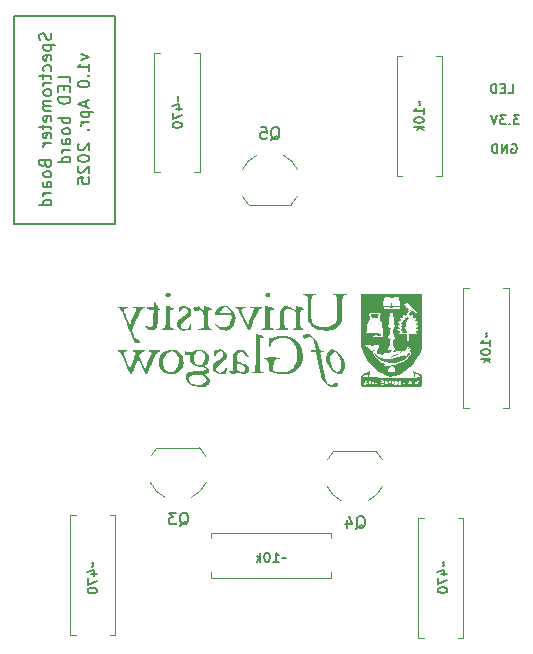
<source format=gbo>
G04 #@! TF.GenerationSoftware,KiCad,Pcbnew,9.0.0*
G04 #@! TF.CreationDate,2025-04-29T16:13:28+03:00*
G04 #@! TF.ProjectId,LED-BOARD,4c45442d-424f-4415-9244-2e6b69636164,rev?*
G04 #@! TF.SameCoordinates,Original*
G04 #@! TF.FileFunction,Legend,Bot*
G04 #@! TF.FilePolarity,Positive*
%FSLAX46Y46*%
G04 Gerber Fmt 4.6, Leading zero omitted, Abs format (unit mm)*
G04 Created by KiCad (PCBNEW 9.0.0) date 2025-04-29 16:13:28*
%MOMM*%
%LPD*%
G01*
G04 APERTURE LIST*
%ADD10C,0.150000*%
%ADD11C,0.200000*%
%ADD12C,0.120000*%
%ADD13C,0.000000*%
%ADD14C,5.500000*%
%ADD15C,2.400000*%
%ADD16O,2.400000X2.400000*%
%ADD17R,1.500000X1.500000*%
%ADD18C,1.500000*%
%ADD19R,1.700000X1.700000*%
%ADD20O,1.700000X1.700000*%
G04 APERTURE END LIST*
D10*
X143314285Y-65662294D02*
X143695237Y-65662294D01*
X143695237Y-65662294D02*
X143695237Y-64862294D01*
X143047618Y-65243246D02*
X142780952Y-65243246D01*
X142666666Y-65662294D02*
X143047618Y-65662294D01*
X143047618Y-65662294D02*
X143047618Y-64862294D01*
X143047618Y-64862294D02*
X142666666Y-64862294D01*
X142323808Y-65662294D02*
X142323808Y-64862294D01*
X142323808Y-64862294D02*
X142133332Y-64862294D01*
X142133332Y-64862294D02*
X142019046Y-64900389D01*
X142019046Y-64900389D02*
X141942856Y-64976579D01*
X141942856Y-64976579D02*
X141904761Y-65052770D01*
X141904761Y-65052770D02*
X141866665Y-65205151D01*
X141866665Y-65205151D02*
X141866665Y-65319437D01*
X141866665Y-65319437D02*
X141904761Y-65471818D01*
X141904761Y-65471818D02*
X141942856Y-65548008D01*
X141942856Y-65548008D02*
X142019046Y-65624199D01*
X142019046Y-65624199D02*
X142133332Y-65662294D01*
X142133332Y-65662294D02*
X142323808Y-65662294D01*
X124545238Y-105057533D02*
X124507143Y-105019438D01*
X124507143Y-105019438D02*
X124430952Y-104981342D01*
X124430952Y-104981342D02*
X124278571Y-105057533D01*
X124278571Y-105057533D02*
X124202381Y-105019438D01*
X124202381Y-105019438D02*
X124164286Y-104981342D01*
X123440476Y-105362295D02*
X123897619Y-105362295D01*
X123669047Y-105362295D02*
X123669047Y-104562295D01*
X123669047Y-104562295D02*
X123745238Y-104676580D01*
X123745238Y-104676580D02*
X123821428Y-104752771D01*
X123821428Y-104752771D02*
X123897619Y-104790866D01*
X122945237Y-104562295D02*
X122869047Y-104562295D01*
X122869047Y-104562295D02*
X122792856Y-104600390D01*
X122792856Y-104600390D02*
X122754761Y-104638485D01*
X122754761Y-104638485D02*
X122716666Y-104714676D01*
X122716666Y-104714676D02*
X122678571Y-104867057D01*
X122678571Y-104867057D02*
X122678571Y-105057533D01*
X122678571Y-105057533D02*
X122716666Y-105209914D01*
X122716666Y-105209914D02*
X122754761Y-105286104D01*
X122754761Y-105286104D02*
X122792856Y-105324200D01*
X122792856Y-105324200D02*
X122869047Y-105362295D01*
X122869047Y-105362295D02*
X122945237Y-105362295D01*
X122945237Y-105362295D02*
X123021428Y-105324200D01*
X123021428Y-105324200D02*
X123059523Y-105286104D01*
X123059523Y-105286104D02*
X123097618Y-105209914D01*
X123097618Y-105209914D02*
X123135714Y-105057533D01*
X123135714Y-105057533D02*
X123135714Y-104867057D01*
X123135714Y-104867057D02*
X123097618Y-104714676D01*
X123097618Y-104714676D02*
X123059523Y-104638485D01*
X123059523Y-104638485D02*
X123021428Y-104600390D01*
X123021428Y-104600390D02*
X122945237Y-104562295D01*
X122335713Y-105362295D02*
X122335713Y-104562295D01*
X122259523Y-105057533D02*
X122030951Y-105362295D01*
X122030951Y-104828961D02*
X122335713Y-105133723D01*
X135857533Y-66304761D02*
X135819438Y-66342856D01*
X135819438Y-66342856D02*
X135781342Y-66419047D01*
X135781342Y-66419047D02*
X135857533Y-66571428D01*
X135857533Y-66571428D02*
X135819438Y-66647618D01*
X135819438Y-66647618D02*
X135781342Y-66685713D01*
X136162295Y-67409523D02*
X136162295Y-66952380D01*
X136162295Y-67180952D02*
X135362295Y-67180952D01*
X135362295Y-67180952D02*
X135476580Y-67104761D01*
X135476580Y-67104761D02*
X135552771Y-67028571D01*
X135552771Y-67028571D02*
X135590866Y-66952380D01*
X135362295Y-67904762D02*
X135362295Y-67980952D01*
X135362295Y-67980952D02*
X135400390Y-68057143D01*
X135400390Y-68057143D02*
X135438485Y-68095238D01*
X135438485Y-68095238D02*
X135514676Y-68133333D01*
X135514676Y-68133333D02*
X135667057Y-68171428D01*
X135667057Y-68171428D02*
X135857533Y-68171428D01*
X135857533Y-68171428D02*
X136009914Y-68133333D01*
X136009914Y-68133333D02*
X136086104Y-68095238D01*
X136086104Y-68095238D02*
X136124200Y-68057143D01*
X136124200Y-68057143D02*
X136162295Y-67980952D01*
X136162295Y-67980952D02*
X136162295Y-67904762D01*
X136162295Y-67904762D02*
X136124200Y-67828571D01*
X136124200Y-67828571D02*
X136086104Y-67790476D01*
X136086104Y-67790476D02*
X136009914Y-67752381D01*
X136009914Y-67752381D02*
X135857533Y-67714285D01*
X135857533Y-67714285D02*
X135667057Y-67714285D01*
X135667057Y-67714285D02*
X135514676Y-67752381D01*
X135514676Y-67752381D02*
X135438485Y-67790476D01*
X135438485Y-67790476D02*
X135400390Y-67828571D01*
X135400390Y-67828571D02*
X135362295Y-67904762D01*
X136162295Y-68514286D02*
X135362295Y-68514286D01*
X135857533Y-68590476D02*
X136162295Y-68819048D01*
X135628961Y-68819048D02*
X135933723Y-68514286D01*
D11*
X104594656Y-60590475D02*
X104642275Y-60733332D01*
X104642275Y-60733332D02*
X104642275Y-60971427D01*
X104642275Y-60971427D02*
X104594656Y-61066665D01*
X104594656Y-61066665D02*
X104547036Y-61114284D01*
X104547036Y-61114284D02*
X104451798Y-61161903D01*
X104451798Y-61161903D02*
X104356560Y-61161903D01*
X104356560Y-61161903D02*
X104261322Y-61114284D01*
X104261322Y-61114284D02*
X104213703Y-61066665D01*
X104213703Y-61066665D02*
X104166084Y-60971427D01*
X104166084Y-60971427D02*
X104118465Y-60780951D01*
X104118465Y-60780951D02*
X104070846Y-60685713D01*
X104070846Y-60685713D02*
X104023227Y-60638094D01*
X104023227Y-60638094D02*
X103927989Y-60590475D01*
X103927989Y-60590475D02*
X103832751Y-60590475D01*
X103832751Y-60590475D02*
X103737513Y-60638094D01*
X103737513Y-60638094D02*
X103689894Y-60685713D01*
X103689894Y-60685713D02*
X103642275Y-60780951D01*
X103642275Y-60780951D02*
X103642275Y-61019046D01*
X103642275Y-61019046D02*
X103689894Y-61161903D01*
X103975608Y-61590475D02*
X104975608Y-61590475D01*
X104023227Y-61590475D02*
X103975608Y-61685713D01*
X103975608Y-61685713D02*
X103975608Y-61876189D01*
X103975608Y-61876189D02*
X104023227Y-61971427D01*
X104023227Y-61971427D02*
X104070846Y-62019046D01*
X104070846Y-62019046D02*
X104166084Y-62066665D01*
X104166084Y-62066665D02*
X104451798Y-62066665D01*
X104451798Y-62066665D02*
X104547036Y-62019046D01*
X104547036Y-62019046D02*
X104594656Y-61971427D01*
X104594656Y-61971427D02*
X104642275Y-61876189D01*
X104642275Y-61876189D02*
X104642275Y-61685713D01*
X104642275Y-61685713D02*
X104594656Y-61590475D01*
X104594656Y-62876189D02*
X104642275Y-62780951D01*
X104642275Y-62780951D02*
X104642275Y-62590475D01*
X104642275Y-62590475D02*
X104594656Y-62495237D01*
X104594656Y-62495237D02*
X104499417Y-62447618D01*
X104499417Y-62447618D02*
X104118465Y-62447618D01*
X104118465Y-62447618D02*
X104023227Y-62495237D01*
X104023227Y-62495237D02*
X103975608Y-62590475D01*
X103975608Y-62590475D02*
X103975608Y-62780951D01*
X103975608Y-62780951D02*
X104023227Y-62876189D01*
X104023227Y-62876189D02*
X104118465Y-62923808D01*
X104118465Y-62923808D02*
X104213703Y-62923808D01*
X104213703Y-62923808D02*
X104308941Y-62447618D01*
X104594656Y-63780951D02*
X104642275Y-63685713D01*
X104642275Y-63685713D02*
X104642275Y-63495237D01*
X104642275Y-63495237D02*
X104594656Y-63399999D01*
X104594656Y-63399999D02*
X104547036Y-63352380D01*
X104547036Y-63352380D02*
X104451798Y-63304761D01*
X104451798Y-63304761D02*
X104166084Y-63304761D01*
X104166084Y-63304761D02*
X104070846Y-63352380D01*
X104070846Y-63352380D02*
X104023227Y-63399999D01*
X104023227Y-63399999D02*
X103975608Y-63495237D01*
X103975608Y-63495237D02*
X103975608Y-63685713D01*
X103975608Y-63685713D02*
X104023227Y-63780951D01*
X103975608Y-64066666D02*
X103975608Y-64447618D01*
X103642275Y-64209523D02*
X104499417Y-64209523D01*
X104499417Y-64209523D02*
X104594656Y-64257142D01*
X104594656Y-64257142D02*
X104642275Y-64352380D01*
X104642275Y-64352380D02*
X104642275Y-64447618D01*
X104642275Y-64780952D02*
X103975608Y-64780952D01*
X104166084Y-64780952D02*
X104070846Y-64828571D01*
X104070846Y-64828571D02*
X104023227Y-64876190D01*
X104023227Y-64876190D02*
X103975608Y-64971428D01*
X103975608Y-64971428D02*
X103975608Y-65066666D01*
X104642275Y-65542857D02*
X104594656Y-65447619D01*
X104594656Y-65447619D02*
X104547036Y-65400000D01*
X104547036Y-65400000D02*
X104451798Y-65352381D01*
X104451798Y-65352381D02*
X104166084Y-65352381D01*
X104166084Y-65352381D02*
X104070846Y-65400000D01*
X104070846Y-65400000D02*
X104023227Y-65447619D01*
X104023227Y-65447619D02*
X103975608Y-65542857D01*
X103975608Y-65542857D02*
X103975608Y-65685714D01*
X103975608Y-65685714D02*
X104023227Y-65780952D01*
X104023227Y-65780952D02*
X104070846Y-65828571D01*
X104070846Y-65828571D02*
X104166084Y-65876190D01*
X104166084Y-65876190D02*
X104451798Y-65876190D01*
X104451798Y-65876190D02*
X104547036Y-65828571D01*
X104547036Y-65828571D02*
X104594656Y-65780952D01*
X104594656Y-65780952D02*
X104642275Y-65685714D01*
X104642275Y-65685714D02*
X104642275Y-65542857D01*
X104642275Y-66304762D02*
X103975608Y-66304762D01*
X104070846Y-66304762D02*
X104023227Y-66352381D01*
X104023227Y-66352381D02*
X103975608Y-66447619D01*
X103975608Y-66447619D02*
X103975608Y-66590476D01*
X103975608Y-66590476D02*
X104023227Y-66685714D01*
X104023227Y-66685714D02*
X104118465Y-66733333D01*
X104118465Y-66733333D02*
X104642275Y-66733333D01*
X104118465Y-66733333D02*
X104023227Y-66780952D01*
X104023227Y-66780952D02*
X103975608Y-66876190D01*
X103975608Y-66876190D02*
X103975608Y-67019047D01*
X103975608Y-67019047D02*
X104023227Y-67114286D01*
X104023227Y-67114286D02*
X104118465Y-67161905D01*
X104118465Y-67161905D02*
X104642275Y-67161905D01*
X104594656Y-68019047D02*
X104642275Y-67923809D01*
X104642275Y-67923809D02*
X104642275Y-67733333D01*
X104642275Y-67733333D02*
X104594656Y-67638095D01*
X104594656Y-67638095D02*
X104499417Y-67590476D01*
X104499417Y-67590476D02*
X104118465Y-67590476D01*
X104118465Y-67590476D02*
X104023227Y-67638095D01*
X104023227Y-67638095D02*
X103975608Y-67733333D01*
X103975608Y-67733333D02*
X103975608Y-67923809D01*
X103975608Y-67923809D02*
X104023227Y-68019047D01*
X104023227Y-68019047D02*
X104118465Y-68066666D01*
X104118465Y-68066666D02*
X104213703Y-68066666D01*
X104213703Y-68066666D02*
X104308941Y-67590476D01*
X103975608Y-68352381D02*
X103975608Y-68733333D01*
X103642275Y-68495238D02*
X104499417Y-68495238D01*
X104499417Y-68495238D02*
X104594656Y-68542857D01*
X104594656Y-68542857D02*
X104642275Y-68638095D01*
X104642275Y-68638095D02*
X104642275Y-68733333D01*
X104594656Y-69447619D02*
X104642275Y-69352381D01*
X104642275Y-69352381D02*
X104642275Y-69161905D01*
X104642275Y-69161905D02*
X104594656Y-69066667D01*
X104594656Y-69066667D02*
X104499417Y-69019048D01*
X104499417Y-69019048D02*
X104118465Y-69019048D01*
X104118465Y-69019048D02*
X104023227Y-69066667D01*
X104023227Y-69066667D02*
X103975608Y-69161905D01*
X103975608Y-69161905D02*
X103975608Y-69352381D01*
X103975608Y-69352381D02*
X104023227Y-69447619D01*
X104023227Y-69447619D02*
X104118465Y-69495238D01*
X104118465Y-69495238D02*
X104213703Y-69495238D01*
X104213703Y-69495238D02*
X104308941Y-69019048D01*
X104642275Y-69923810D02*
X103975608Y-69923810D01*
X104166084Y-69923810D02*
X104070846Y-69971429D01*
X104070846Y-69971429D02*
X104023227Y-70019048D01*
X104023227Y-70019048D02*
X103975608Y-70114286D01*
X103975608Y-70114286D02*
X103975608Y-70209524D01*
X104118465Y-71638096D02*
X104166084Y-71780953D01*
X104166084Y-71780953D02*
X104213703Y-71828572D01*
X104213703Y-71828572D02*
X104308941Y-71876191D01*
X104308941Y-71876191D02*
X104451798Y-71876191D01*
X104451798Y-71876191D02*
X104547036Y-71828572D01*
X104547036Y-71828572D02*
X104594656Y-71780953D01*
X104594656Y-71780953D02*
X104642275Y-71685715D01*
X104642275Y-71685715D02*
X104642275Y-71304763D01*
X104642275Y-71304763D02*
X103642275Y-71304763D01*
X103642275Y-71304763D02*
X103642275Y-71638096D01*
X103642275Y-71638096D02*
X103689894Y-71733334D01*
X103689894Y-71733334D02*
X103737513Y-71780953D01*
X103737513Y-71780953D02*
X103832751Y-71828572D01*
X103832751Y-71828572D02*
X103927989Y-71828572D01*
X103927989Y-71828572D02*
X104023227Y-71780953D01*
X104023227Y-71780953D02*
X104070846Y-71733334D01*
X104070846Y-71733334D02*
X104118465Y-71638096D01*
X104118465Y-71638096D02*
X104118465Y-71304763D01*
X104642275Y-72447620D02*
X104594656Y-72352382D01*
X104594656Y-72352382D02*
X104547036Y-72304763D01*
X104547036Y-72304763D02*
X104451798Y-72257144D01*
X104451798Y-72257144D02*
X104166084Y-72257144D01*
X104166084Y-72257144D02*
X104070846Y-72304763D01*
X104070846Y-72304763D02*
X104023227Y-72352382D01*
X104023227Y-72352382D02*
X103975608Y-72447620D01*
X103975608Y-72447620D02*
X103975608Y-72590477D01*
X103975608Y-72590477D02*
X104023227Y-72685715D01*
X104023227Y-72685715D02*
X104070846Y-72733334D01*
X104070846Y-72733334D02*
X104166084Y-72780953D01*
X104166084Y-72780953D02*
X104451798Y-72780953D01*
X104451798Y-72780953D02*
X104547036Y-72733334D01*
X104547036Y-72733334D02*
X104594656Y-72685715D01*
X104594656Y-72685715D02*
X104642275Y-72590477D01*
X104642275Y-72590477D02*
X104642275Y-72447620D01*
X104642275Y-73638096D02*
X104118465Y-73638096D01*
X104118465Y-73638096D02*
X104023227Y-73590477D01*
X104023227Y-73590477D02*
X103975608Y-73495239D01*
X103975608Y-73495239D02*
X103975608Y-73304763D01*
X103975608Y-73304763D02*
X104023227Y-73209525D01*
X104594656Y-73638096D02*
X104642275Y-73542858D01*
X104642275Y-73542858D02*
X104642275Y-73304763D01*
X104642275Y-73304763D02*
X104594656Y-73209525D01*
X104594656Y-73209525D02*
X104499417Y-73161906D01*
X104499417Y-73161906D02*
X104404179Y-73161906D01*
X104404179Y-73161906D02*
X104308941Y-73209525D01*
X104308941Y-73209525D02*
X104261322Y-73304763D01*
X104261322Y-73304763D02*
X104261322Y-73542858D01*
X104261322Y-73542858D02*
X104213703Y-73638096D01*
X104642275Y-74114287D02*
X103975608Y-74114287D01*
X104166084Y-74114287D02*
X104070846Y-74161906D01*
X104070846Y-74161906D02*
X104023227Y-74209525D01*
X104023227Y-74209525D02*
X103975608Y-74304763D01*
X103975608Y-74304763D02*
X103975608Y-74400001D01*
X104642275Y-75161906D02*
X103642275Y-75161906D01*
X104594656Y-75161906D02*
X104642275Y-75066668D01*
X104642275Y-75066668D02*
X104642275Y-74876192D01*
X104642275Y-74876192D02*
X104594656Y-74780954D01*
X104594656Y-74780954D02*
X104547036Y-74733335D01*
X104547036Y-74733335D02*
X104451798Y-74685716D01*
X104451798Y-74685716D02*
X104166084Y-74685716D01*
X104166084Y-74685716D02*
X104070846Y-74733335D01*
X104070846Y-74733335D02*
X104023227Y-74780954D01*
X104023227Y-74780954D02*
X103975608Y-74876192D01*
X103975608Y-74876192D02*
X103975608Y-75066668D01*
X103975608Y-75066668D02*
X104023227Y-75161906D01*
X106252219Y-64757142D02*
X106252219Y-64280952D01*
X106252219Y-64280952D02*
X105252219Y-64280952D01*
X105728409Y-65090476D02*
X105728409Y-65423809D01*
X106252219Y-65566666D02*
X106252219Y-65090476D01*
X106252219Y-65090476D02*
X105252219Y-65090476D01*
X105252219Y-65090476D02*
X105252219Y-65566666D01*
X106252219Y-65995238D02*
X105252219Y-65995238D01*
X105252219Y-65995238D02*
X105252219Y-66233333D01*
X105252219Y-66233333D02*
X105299838Y-66376190D01*
X105299838Y-66376190D02*
X105395076Y-66471428D01*
X105395076Y-66471428D02*
X105490314Y-66519047D01*
X105490314Y-66519047D02*
X105680790Y-66566666D01*
X105680790Y-66566666D02*
X105823647Y-66566666D01*
X105823647Y-66566666D02*
X106014123Y-66519047D01*
X106014123Y-66519047D02*
X106109361Y-66471428D01*
X106109361Y-66471428D02*
X106204600Y-66376190D01*
X106204600Y-66376190D02*
X106252219Y-66233333D01*
X106252219Y-66233333D02*
X106252219Y-65995238D01*
X106252219Y-67757143D02*
X105252219Y-67757143D01*
X105633171Y-67757143D02*
X105585552Y-67852381D01*
X105585552Y-67852381D02*
X105585552Y-68042857D01*
X105585552Y-68042857D02*
X105633171Y-68138095D01*
X105633171Y-68138095D02*
X105680790Y-68185714D01*
X105680790Y-68185714D02*
X105776028Y-68233333D01*
X105776028Y-68233333D02*
X106061742Y-68233333D01*
X106061742Y-68233333D02*
X106156980Y-68185714D01*
X106156980Y-68185714D02*
X106204600Y-68138095D01*
X106204600Y-68138095D02*
X106252219Y-68042857D01*
X106252219Y-68042857D02*
X106252219Y-67852381D01*
X106252219Y-67852381D02*
X106204600Y-67757143D01*
X106252219Y-68804762D02*
X106204600Y-68709524D01*
X106204600Y-68709524D02*
X106156980Y-68661905D01*
X106156980Y-68661905D02*
X106061742Y-68614286D01*
X106061742Y-68614286D02*
X105776028Y-68614286D01*
X105776028Y-68614286D02*
X105680790Y-68661905D01*
X105680790Y-68661905D02*
X105633171Y-68709524D01*
X105633171Y-68709524D02*
X105585552Y-68804762D01*
X105585552Y-68804762D02*
X105585552Y-68947619D01*
X105585552Y-68947619D02*
X105633171Y-69042857D01*
X105633171Y-69042857D02*
X105680790Y-69090476D01*
X105680790Y-69090476D02*
X105776028Y-69138095D01*
X105776028Y-69138095D02*
X106061742Y-69138095D01*
X106061742Y-69138095D02*
X106156980Y-69090476D01*
X106156980Y-69090476D02*
X106204600Y-69042857D01*
X106204600Y-69042857D02*
X106252219Y-68947619D01*
X106252219Y-68947619D02*
X106252219Y-68804762D01*
X106252219Y-69995238D02*
X105728409Y-69995238D01*
X105728409Y-69995238D02*
X105633171Y-69947619D01*
X105633171Y-69947619D02*
X105585552Y-69852381D01*
X105585552Y-69852381D02*
X105585552Y-69661905D01*
X105585552Y-69661905D02*
X105633171Y-69566667D01*
X106204600Y-69995238D02*
X106252219Y-69900000D01*
X106252219Y-69900000D02*
X106252219Y-69661905D01*
X106252219Y-69661905D02*
X106204600Y-69566667D01*
X106204600Y-69566667D02*
X106109361Y-69519048D01*
X106109361Y-69519048D02*
X106014123Y-69519048D01*
X106014123Y-69519048D02*
X105918885Y-69566667D01*
X105918885Y-69566667D02*
X105871266Y-69661905D01*
X105871266Y-69661905D02*
X105871266Y-69900000D01*
X105871266Y-69900000D02*
X105823647Y-69995238D01*
X106252219Y-70471429D02*
X105585552Y-70471429D01*
X105776028Y-70471429D02*
X105680790Y-70519048D01*
X105680790Y-70519048D02*
X105633171Y-70566667D01*
X105633171Y-70566667D02*
X105585552Y-70661905D01*
X105585552Y-70661905D02*
X105585552Y-70757143D01*
X106252219Y-71519048D02*
X105252219Y-71519048D01*
X106204600Y-71519048D02*
X106252219Y-71423810D01*
X106252219Y-71423810D02*
X106252219Y-71233334D01*
X106252219Y-71233334D02*
X106204600Y-71138096D01*
X106204600Y-71138096D02*
X106156980Y-71090477D01*
X106156980Y-71090477D02*
X106061742Y-71042858D01*
X106061742Y-71042858D02*
X105776028Y-71042858D01*
X105776028Y-71042858D02*
X105680790Y-71090477D01*
X105680790Y-71090477D02*
X105633171Y-71138096D01*
X105633171Y-71138096D02*
X105585552Y-71233334D01*
X105585552Y-71233334D02*
X105585552Y-71423810D01*
X105585552Y-71423810D02*
X105633171Y-71519048D01*
X107195496Y-62376190D02*
X107862163Y-62614285D01*
X107862163Y-62614285D02*
X107195496Y-62852380D01*
X107862163Y-63757142D02*
X107862163Y-63185714D01*
X107862163Y-63471428D02*
X106862163Y-63471428D01*
X106862163Y-63471428D02*
X107005020Y-63376190D01*
X107005020Y-63376190D02*
X107100258Y-63280952D01*
X107100258Y-63280952D02*
X107147877Y-63185714D01*
X107766924Y-64185714D02*
X107814544Y-64233333D01*
X107814544Y-64233333D02*
X107862163Y-64185714D01*
X107862163Y-64185714D02*
X107814544Y-64138095D01*
X107814544Y-64138095D02*
X107766924Y-64185714D01*
X107766924Y-64185714D02*
X107862163Y-64185714D01*
X106862163Y-64852380D02*
X106862163Y-64947618D01*
X106862163Y-64947618D02*
X106909782Y-65042856D01*
X106909782Y-65042856D02*
X106957401Y-65090475D01*
X106957401Y-65090475D02*
X107052639Y-65138094D01*
X107052639Y-65138094D02*
X107243115Y-65185713D01*
X107243115Y-65185713D02*
X107481210Y-65185713D01*
X107481210Y-65185713D02*
X107671686Y-65138094D01*
X107671686Y-65138094D02*
X107766924Y-65090475D01*
X107766924Y-65090475D02*
X107814544Y-65042856D01*
X107814544Y-65042856D02*
X107862163Y-64947618D01*
X107862163Y-64947618D02*
X107862163Y-64852380D01*
X107862163Y-64852380D02*
X107814544Y-64757142D01*
X107814544Y-64757142D02*
X107766924Y-64709523D01*
X107766924Y-64709523D02*
X107671686Y-64661904D01*
X107671686Y-64661904D02*
X107481210Y-64614285D01*
X107481210Y-64614285D02*
X107243115Y-64614285D01*
X107243115Y-64614285D02*
X107052639Y-64661904D01*
X107052639Y-64661904D02*
X106957401Y-64709523D01*
X106957401Y-64709523D02*
X106909782Y-64757142D01*
X106909782Y-64757142D02*
X106862163Y-64852380D01*
X107576448Y-66328571D02*
X107576448Y-66804761D01*
X107862163Y-66233333D02*
X106862163Y-66566666D01*
X106862163Y-66566666D02*
X107862163Y-66899999D01*
X107195496Y-67233333D02*
X108195496Y-67233333D01*
X107243115Y-67233333D02*
X107195496Y-67328571D01*
X107195496Y-67328571D02*
X107195496Y-67519047D01*
X107195496Y-67519047D02*
X107243115Y-67614285D01*
X107243115Y-67614285D02*
X107290734Y-67661904D01*
X107290734Y-67661904D02*
X107385972Y-67709523D01*
X107385972Y-67709523D02*
X107671686Y-67709523D01*
X107671686Y-67709523D02*
X107766924Y-67661904D01*
X107766924Y-67661904D02*
X107814544Y-67614285D01*
X107814544Y-67614285D02*
X107862163Y-67519047D01*
X107862163Y-67519047D02*
X107862163Y-67328571D01*
X107862163Y-67328571D02*
X107814544Y-67233333D01*
X107862163Y-68138095D02*
X107195496Y-68138095D01*
X107385972Y-68138095D02*
X107290734Y-68185714D01*
X107290734Y-68185714D02*
X107243115Y-68233333D01*
X107243115Y-68233333D02*
X107195496Y-68328571D01*
X107195496Y-68328571D02*
X107195496Y-68423809D01*
X107766924Y-68757143D02*
X107814544Y-68804762D01*
X107814544Y-68804762D02*
X107862163Y-68757143D01*
X107862163Y-68757143D02*
X107814544Y-68709524D01*
X107814544Y-68709524D02*
X107766924Y-68757143D01*
X107766924Y-68757143D02*
X107862163Y-68757143D01*
X106957401Y-69947619D02*
X106909782Y-69995238D01*
X106909782Y-69995238D02*
X106862163Y-70090476D01*
X106862163Y-70090476D02*
X106862163Y-70328571D01*
X106862163Y-70328571D02*
X106909782Y-70423809D01*
X106909782Y-70423809D02*
X106957401Y-70471428D01*
X106957401Y-70471428D02*
X107052639Y-70519047D01*
X107052639Y-70519047D02*
X107147877Y-70519047D01*
X107147877Y-70519047D02*
X107290734Y-70471428D01*
X107290734Y-70471428D02*
X107862163Y-69900000D01*
X107862163Y-69900000D02*
X107862163Y-70519047D01*
X106862163Y-71138095D02*
X106862163Y-71233333D01*
X106862163Y-71233333D02*
X106909782Y-71328571D01*
X106909782Y-71328571D02*
X106957401Y-71376190D01*
X106957401Y-71376190D02*
X107052639Y-71423809D01*
X107052639Y-71423809D02*
X107243115Y-71471428D01*
X107243115Y-71471428D02*
X107481210Y-71471428D01*
X107481210Y-71471428D02*
X107671686Y-71423809D01*
X107671686Y-71423809D02*
X107766924Y-71376190D01*
X107766924Y-71376190D02*
X107814544Y-71328571D01*
X107814544Y-71328571D02*
X107862163Y-71233333D01*
X107862163Y-71233333D02*
X107862163Y-71138095D01*
X107862163Y-71138095D02*
X107814544Y-71042857D01*
X107814544Y-71042857D02*
X107766924Y-70995238D01*
X107766924Y-70995238D02*
X107671686Y-70947619D01*
X107671686Y-70947619D02*
X107481210Y-70900000D01*
X107481210Y-70900000D02*
X107243115Y-70900000D01*
X107243115Y-70900000D02*
X107052639Y-70947619D01*
X107052639Y-70947619D02*
X106957401Y-70995238D01*
X106957401Y-70995238D02*
X106909782Y-71042857D01*
X106909782Y-71042857D02*
X106862163Y-71138095D01*
X106957401Y-71852381D02*
X106909782Y-71900000D01*
X106909782Y-71900000D02*
X106862163Y-71995238D01*
X106862163Y-71995238D02*
X106862163Y-72233333D01*
X106862163Y-72233333D02*
X106909782Y-72328571D01*
X106909782Y-72328571D02*
X106957401Y-72376190D01*
X106957401Y-72376190D02*
X107052639Y-72423809D01*
X107052639Y-72423809D02*
X107147877Y-72423809D01*
X107147877Y-72423809D02*
X107290734Y-72376190D01*
X107290734Y-72376190D02*
X107862163Y-71804762D01*
X107862163Y-71804762D02*
X107862163Y-72423809D01*
X106862163Y-73328571D02*
X106862163Y-72852381D01*
X106862163Y-72852381D02*
X107338353Y-72804762D01*
X107338353Y-72804762D02*
X107290734Y-72852381D01*
X107290734Y-72852381D02*
X107243115Y-72947619D01*
X107243115Y-72947619D02*
X107243115Y-73185714D01*
X107243115Y-73185714D02*
X107290734Y-73280952D01*
X107290734Y-73280952D02*
X107338353Y-73328571D01*
X107338353Y-73328571D02*
X107433591Y-73376190D01*
X107433591Y-73376190D02*
X107671686Y-73376190D01*
X107671686Y-73376190D02*
X107766924Y-73328571D01*
X107766924Y-73328571D02*
X107814544Y-73280952D01*
X107814544Y-73280952D02*
X107862163Y-73185714D01*
X107862163Y-73185714D02*
X107862163Y-72947619D01*
X107862163Y-72947619D02*
X107814544Y-72852381D01*
X107814544Y-72852381D02*
X107766924Y-72804762D01*
D10*
X108207533Y-105367618D02*
X108169438Y-105405713D01*
X108169438Y-105405713D02*
X108131342Y-105481904D01*
X108131342Y-105481904D02*
X108207533Y-105634285D01*
X108207533Y-105634285D02*
X108169438Y-105710475D01*
X108169438Y-105710475D02*
X108131342Y-105748570D01*
X107978961Y-106396190D02*
X108512295Y-106396190D01*
X107674200Y-106205714D02*
X108245628Y-106015237D01*
X108245628Y-106015237D02*
X108245628Y-106510476D01*
X107712295Y-106739047D02*
X107712295Y-107272381D01*
X107712295Y-107272381D02*
X108512295Y-106929523D01*
X107712295Y-107729524D02*
X107712295Y-107805714D01*
X107712295Y-107805714D02*
X107750390Y-107881905D01*
X107750390Y-107881905D02*
X107788485Y-107920000D01*
X107788485Y-107920000D02*
X107864676Y-107958095D01*
X107864676Y-107958095D02*
X108017057Y-107996190D01*
X108017057Y-107996190D02*
X108207533Y-107996190D01*
X108207533Y-107996190D02*
X108359914Y-107958095D01*
X108359914Y-107958095D02*
X108436104Y-107920000D01*
X108436104Y-107920000D02*
X108474200Y-107881905D01*
X108474200Y-107881905D02*
X108512295Y-107805714D01*
X108512295Y-107805714D02*
X108512295Y-107729524D01*
X108512295Y-107729524D02*
X108474200Y-107653333D01*
X108474200Y-107653333D02*
X108436104Y-107615238D01*
X108436104Y-107615238D02*
X108359914Y-107577143D01*
X108359914Y-107577143D02*
X108207533Y-107539047D01*
X108207533Y-107539047D02*
X108017057Y-107539047D01*
X108017057Y-107539047D02*
X107864676Y-107577143D01*
X107864676Y-107577143D02*
X107788485Y-107615238D01*
X107788485Y-107615238D02*
X107750390Y-107653333D01*
X107750390Y-107653333D02*
X107712295Y-107729524D01*
X144280952Y-67512295D02*
X143785714Y-67512295D01*
X143785714Y-67512295D02*
X144052380Y-67817057D01*
X144052380Y-67817057D02*
X143938095Y-67817057D01*
X143938095Y-67817057D02*
X143861904Y-67855152D01*
X143861904Y-67855152D02*
X143823809Y-67893247D01*
X143823809Y-67893247D02*
X143785714Y-67969438D01*
X143785714Y-67969438D02*
X143785714Y-68159914D01*
X143785714Y-68159914D02*
X143823809Y-68236104D01*
X143823809Y-68236104D02*
X143861904Y-68274200D01*
X143861904Y-68274200D02*
X143938095Y-68312295D01*
X143938095Y-68312295D02*
X144166666Y-68312295D01*
X144166666Y-68312295D02*
X144242857Y-68274200D01*
X144242857Y-68274200D02*
X144280952Y-68236104D01*
X143442856Y-68236104D02*
X143404761Y-68274200D01*
X143404761Y-68274200D02*
X143442856Y-68312295D01*
X143442856Y-68312295D02*
X143480952Y-68274200D01*
X143480952Y-68274200D02*
X143442856Y-68236104D01*
X143442856Y-68236104D02*
X143442856Y-68312295D01*
X143138095Y-67512295D02*
X142642857Y-67512295D01*
X142642857Y-67512295D02*
X142909523Y-67817057D01*
X142909523Y-67817057D02*
X142795238Y-67817057D01*
X142795238Y-67817057D02*
X142719047Y-67855152D01*
X142719047Y-67855152D02*
X142680952Y-67893247D01*
X142680952Y-67893247D02*
X142642857Y-67969438D01*
X142642857Y-67969438D02*
X142642857Y-68159914D01*
X142642857Y-68159914D02*
X142680952Y-68236104D01*
X142680952Y-68236104D02*
X142719047Y-68274200D01*
X142719047Y-68274200D02*
X142795238Y-68312295D01*
X142795238Y-68312295D02*
X143023809Y-68312295D01*
X143023809Y-68312295D02*
X143100000Y-68274200D01*
X143100000Y-68274200D02*
X143138095Y-68236104D01*
X142414285Y-67512295D02*
X142147618Y-68312295D01*
X142147618Y-68312295D02*
X141880952Y-67512295D01*
X143609524Y-70000389D02*
X143685714Y-69962294D01*
X143685714Y-69962294D02*
X143800000Y-69962294D01*
X143800000Y-69962294D02*
X143914286Y-70000389D01*
X143914286Y-70000389D02*
X143990476Y-70076579D01*
X143990476Y-70076579D02*
X144028571Y-70152770D01*
X144028571Y-70152770D02*
X144066667Y-70305151D01*
X144066667Y-70305151D02*
X144066667Y-70419437D01*
X144066667Y-70419437D02*
X144028571Y-70571818D01*
X144028571Y-70571818D02*
X143990476Y-70648008D01*
X143990476Y-70648008D02*
X143914286Y-70724199D01*
X143914286Y-70724199D02*
X143800000Y-70762294D01*
X143800000Y-70762294D02*
X143723809Y-70762294D01*
X143723809Y-70762294D02*
X143609524Y-70724199D01*
X143609524Y-70724199D02*
X143571428Y-70686103D01*
X143571428Y-70686103D02*
X143571428Y-70419437D01*
X143571428Y-70419437D02*
X143723809Y-70419437D01*
X143228571Y-70762294D02*
X143228571Y-69962294D01*
X143228571Y-69962294D02*
X142771428Y-70762294D01*
X142771428Y-70762294D02*
X142771428Y-69962294D01*
X142390476Y-70762294D02*
X142390476Y-69962294D01*
X142390476Y-69962294D02*
X142200000Y-69962294D01*
X142200000Y-69962294D02*
X142085714Y-70000389D01*
X142085714Y-70000389D02*
X142009524Y-70076579D01*
X142009524Y-70076579D02*
X141971429Y-70152770D01*
X141971429Y-70152770D02*
X141933333Y-70305151D01*
X141933333Y-70305151D02*
X141933333Y-70419437D01*
X141933333Y-70419437D02*
X141971429Y-70571818D01*
X141971429Y-70571818D02*
X142009524Y-70648008D01*
X142009524Y-70648008D02*
X142085714Y-70724199D01*
X142085714Y-70724199D02*
X142200000Y-70762294D01*
X142200000Y-70762294D02*
X142390476Y-70762294D01*
X115407533Y-65947618D02*
X115369438Y-65985713D01*
X115369438Y-65985713D02*
X115331342Y-66061904D01*
X115331342Y-66061904D02*
X115407533Y-66214285D01*
X115407533Y-66214285D02*
X115369438Y-66290475D01*
X115369438Y-66290475D02*
X115331342Y-66328570D01*
X115178961Y-66976190D02*
X115712295Y-66976190D01*
X114874200Y-66785714D02*
X115445628Y-66595237D01*
X115445628Y-66595237D02*
X115445628Y-67090476D01*
X114912295Y-67319047D02*
X114912295Y-67852381D01*
X114912295Y-67852381D02*
X115712295Y-67509523D01*
X114912295Y-68309524D02*
X114912295Y-68385714D01*
X114912295Y-68385714D02*
X114950390Y-68461905D01*
X114950390Y-68461905D02*
X114988485Y-68500000D01*
X114988485Y-68500000D02*
X115064676Y-68538095D01*
X115064676Y-68538095D02*
X115217057Y-68576190D01*
X115217057Y-68576190D02*
X115407533Y-68576190D01*
X115407533Y-68576190D02*
X115559914Y-68538095D01*
X115559914Y-68538095D02*
X115636104Y-68500000D01*
X115636104Y-68500000D02*
X115674200Y-68461905D01*
X115674200Y-68461905D02*
X115712295Y-68385714D01*
X115712295Y-68385714D02*
X115712295Y-68309524D01*
X115712295Y-68309524D02*
X115674200Y-68233333D01*
X115674200Y-68233333D02*
X115636104Y-68195238D01*
X115636104Y-68195238D02*
X115559914Y-68157143D01*
X115559914Y-68157143D02*
X115407533Y-68119047D01*
X115407533Y-68119047D02*
X115217057Y-68119047D01*
X115217057Y-68119047D02*
X115064676Y-68157143D01*
X115064676Y-68157143D02*
X114988485Y-68195238D01*
X114988485Y-68195238D02*
X114950390Y-68233333D01*
X114950390Y-68233333D02*
X114912295Y-68309524D01*
X137857533Y-105347617D02*
X137819438Y-105385712D01*
X137819438Y-105385712D02*
X137781342Y-105461903D01*
X137781342Y-105461903D02*
X137857533Y-105614284D01*
X137857533Y-105614284D02*
X137819438Y-105690474D01*
X137819438Y-105690474D02*
X137781342Y-105728569D01*
X137628961Y-106376189D02*
X138162295Y-106376189D01*
X137324200Y-106185713D02*
X137895628Y-105995236D01*
X137895628Y-105995236D02*
X137895628Y-106490475D01*
X137362295Y-106719046D02*
X137362295Y-107252380D01*
X137362295Y-107252380D02*
X138162295Y-106909522D01*
X137362295Y-107709523D02*
X137362295Y-107785713D01*
X137362295Y-107785713D02*
X137400390Y-107861904D01*
X137400390Y-107861904D02*
X137438485Y-107899999D01*
X137438485Y-107899999D02*
X137514676Y-107938094D01*
X137514676Y-107938094D02*
X137667057Y-107976189D01*
X137667057Y-107976189D02*
X137857533Y-107976189D01*
X137857533Y-107976189D02*
X138009914Y-107938094D01*
X138009914Y-107938094D02*
X138086104Y-107899999D01*
X138086104Y-107899999D02*
X138124200Y-107861904D01*
X138124200Y-107861904D02*
X138162295Y-107785713D01*
X138162295Y-107785713D02*
X138162295Y-107709523D01*
X138162295Y-107709523D02*
X138124200Y-107633332D01*
X138124200Y-107633332D02*
X138086104Y-107595237D01*
X138086104Y-107595237D02*
X138009914Y-107557142D01*
X138009914Y-107557142D02*
X137857533Y-107519046D01*
X137857533Y-107519046D02*
X137667057Y-107519046D01*
X137667057Y-107519046D02*
X137514676Y-107557142D01*
X137514676Y-107557142D02*
X137438485Y-107595237D01*
X137438485Y-107595237D02*
X137400390Y-107633332D01*
X137400390Y-107633332D02*
X137362295Y-107709523D01*
X141507533Y-85954762D02*
X141469438Y-85992857D01*
X141469438Y-85992857D02*
X141431342Y-86069048D01*
X141431342Y-86069048D02*
X141507533Y-86221429D01*
X141507533Y-86221429D02*
X141469438Y-86297619D01*
X141469438Y-86297619D02*
X141431342Y-86335714D01*
X141812295Y-87059524D02*
X141812295Y-86602381D01*
X141812295Y-86830953D02*
X141012295Y-86830953D01*
X141012295Y-86830953D02*
X141126580Y-86754762D01*
X141126580Y-86754762D02*
X141202771Y-86678572D01*
X141202771Y-86678572D02*
X141240866Y-86602381D01*
X141012295Y-87554763D02*
X141012295Y-87630953D01*
X141012295Y-87630953D02*
X141050390Y-87707144D01*
X141050390Y-87707144D02*
X141088485Y-87745239D01*
X141088485Y-87745239D02*
X141164676Y-87783334D01*
X141164676Y-87783334D02*
X141317057Y-87821429D01*
X141317057Y-87821429D02*
X141507533Y-87821429D01*
X141507533Y-87821429D02*
X141659914Y-87783334D01*
X141659914Y-87783334D02*
X141736104Y-87745239D01*
X141736104Y-87745239D02*
X141774200Y-87707144D01*
X141774200Y-87707144D02*
X141812295Y-87630953D01*
X141812295Y-87630953D02*
X141812295Y-87554763D01*
X141812295Y-87554763D02*
X141774200Y-87478572D01*
X141774200Y-87478572D02*
X141736104Y-87440477D01*
X141736104Y-87440477D02*
X141659914Y-87402382D01*
X141659914Y-87402382D02*
X141507533Y-87364286D01*
X141507533Y-87364286D02*
X141317057Y-87364286D01*
X141317057Y-87364286D02*
X141164676Y-87402382D01*
X141164676Y-87402382D02*
X141088485Y-87440477D01*
X141088485Y-87440477D02*
X141050390Y-87478572D01*
X141050390Y-87478572D02*
X141012295Y-87554763D01*
X141812295Y-88164287D02*
X141012295Y-88164287D01*
X141507533Y-88240477D02*
X141812295Y-88469049D01*
X141278961Y-88469049D02*
X141583723Y-88164287D01*
X101450000Y-59150000D02*
X110000000Y-59150000D01*
X110000000Y-76750000D01*
X101450000Y-76750000D01*
X101450000Y-59150000D01*
X123235239Y-69630059D02*
X123330477Y-69582440D01*
X123330477Y-69582440D02*
X123425715Y-69487202D01*
X123425715Y-69487202D02*
X123568572Y-69344344D01*
X123568572Y-69344344D02*
X123663810Y-69296725D01*
X123663810Y-69296725D02*
X123759048Y-69296725D01*
X123711429Y-69534821D02*
X123806667Y-69487202D01*
X123806667Y-69487202D02*
X123901905Y-69391963D01*
X123901905Y-69391963D02*
X123949524Y-69201487D01*
X123949524Y-69201487D02*
X123949524Y-68868154D01*
X123949524Y-68868154D02*
X123901905Y-68677678D01*
X123901905Y-68677678D02*
X123806667Y-68582440D01*
X123806667Y-68582440D02*
X123711429Y-68534821D01*
X123711429Y-68534821D02*
X123520953Y-68534821D01*
X123520953Y-68534821D02*
X123425715Y-68582440D01*
X123425715Y-68582440D02*
X123330477Y-68677678D01*
X123330477Y-68677678D02*
X123282858Y-68868154D01*
X123282858Y-68868154D02*
X123282858Y-69201487D01*
X123282858Y-69201487D02*
X123330477Y-69391963D01*
X123330477Y-69391963D02*
X123425715Y-69487202D01*
X123425715Y-69487202D02*
X123520953Y-69534821D01*
X123520953Y-69534821D02*
X123711429Y-69534821D01*
X122378096Y-68534821D02*
X122854286Y-68534821D01*
X122854286Y-68534821D02*
X122901905Y-69011011D01*
X122901905Y-69011011D02*
X122854286Y-68963392D01*
X122854286Y-68963392D02*
X122759048Y-68915773D01*
X122759048Y-68915773D02*
X122520953Y-68915773D01*
X122520953Y-68915773D02*
X122425715Y-68963392D01*
X122425715Y-68963392D02*
X122378096Y-69011011D01*
X122378096Y-69011011D02*
X122330477Y-69106249D01*
X122330477Y-69106249D02*
X122330477Y-69344344D01*
X122330477Y-69344344D02*
X122378096Y-69439582D01*
X122378096Y-69439582D02*
X122425715Y-69487202D01*
X122425715Y-69487202D02*
X122520953Y-69534821D01*
X122520953Y-69534821D02*
X122759048Y-69534821D01*
X122759048Y-69534821D02*
X122854286Y-69487202D01*
X122854286Y-69487202D02*
X122901905Y-69439582D01*
X130455240Y-102570057D02*
X130550478Y-102522438D01*
X130550478Y-102522438D02*
X130645716Y-102427200D01*
X130645716Y-102427200D02*
X130788573Y-102284342D01*
X130788573Y-102284342D02*
X130883811Y-102236723D01*
X130883811Y-102236723D02*
X130979049Y-102236723D01*
X130931430Y-102474819D02*
X131026668Y-102427200D01*
X131026668Y-102427200D02*
X131121906Y-102331961D01*
X131121906Y-102331961D02*
X131169525Y-102141485D01*
X131169525Y-102141485D02*
X131169525Y-101808152D01*
X131169525Y-101808152D02*
X131121906Y-101617676D01*
X131121906Y-101617676D02*
X131026668Y-101522438D01*
X131026668Y-101522438D02*
X130931430Y-101474819D01*
X130931430Y-101474819D02*
X130740954Y-101474819D01*
X130740954Y-101474819D02*
X130645716Y-101522438D01*
X130645716Y-101522438D02*
X130550478Y-101617676D01*
X130550478Y-101617676D02*
X130502859Y-101808152D01*
X130502859Y-101808152D02*
X130502859Y-102141485D01*
X130502859Y-102141485D02*
X130550478Y-102331961D01*
X130550478Y-102331961D02*
X130645716Y-102427200D01*
X130645716Y-102427200D02*
X130740954Y-102474819D01*
X130740954Y-102474819D02*
X130931430Y-102474819D01*
X129645716Y-101808152D02*
X129645716Y-102474819D01*
X129883811Y-101427200D02*
X130121906Y-102141485D01*
X130121906Y-102141485D02*
X129502859Y-102141485D01*
X115505238Y-102270057D02*
X115600476Y-102222438D01*
X115600476Y-102222438D02*
X115695714Y-102127200D01*
X115695714Y-102127200D02*
X115838571Y-101984342D01*
X115838571Y-101984342D02*
X115933809Y-101936723D01*
X115933809Y-101936723D02*
X116029047Y-101936723D01*
X115981428Y-102174819D02*
X116076666Y-102127200D01*
X116076666Y-102127200D02*
X116171904Y-102031961D01*
X116171904Y-102031961D02*
X116219523Y-101841485D01*
X116219523Y-101841485D02*
X116219523Y-101508152D01*
X116219523Y-101508152D02*
X116171904Y-101317676D01*
X116171904Y-101317676D02*
X116076666Y-101222438D01*
X116076666Y-101222438D02*
X115981428Y-101174819D01*
X115981428Y-101174819D02*
X115790952Y-101174819D01*
X115790952Y-101174819D02*
X115695714Y-101222438D01*
X115695714Y-101222438D02*
X115600476Y-101317676D01*
X115600476Y-101317676D02*
X115552857Y-101508152D01*
X115552857Y-101508152D02*
X115552857Y-101841485D01*
X115552857Y-101841485D02*
X115600476Y-102031961D01*
X115600476Y-102031961D02*
X115695714Y-102127200D01*
X115695714Y-102127200D02*
X115790952Y-102174819D01*
X115790952Y-102174819D02*
X115981428Y-102174819D01*
X115219523Y-101174819D02*
X114600476Y-101174819D01*
X114600476Y-101174819D02*
X114933809Y-101555771D01*
X114933809Y-101555771D02*
X114790952Y-101555771D01*
X114790952Y-101555771D02*
X114695714Y-101603390D01*
X114695714Y-101603390D02*
X114648095Y-101651009D01*
X114648095Y-101651009D02*
X114600476Y-101746247D01*
X114600476Y-101746247D02*
X114600476Y-101984342D01*
X114600476Y-101984342D02*
X114648095Y-102079580D01*
X114648095Y-102079580D02*
X114695714Y-102127200D01*
X114695714Y-102127200D02*
X114790952Y-102174819D01*
X114790952Y-102174819D02*
X115076666Y-102174819D01*
X115076666Y-102174819D02*
X115171904Y-102127200D01*
X115171904Y-102127200D02*
X115219523Y-102079580D01*
D12*
X139529999Y-82180000D02*
X140010000Y-82180001D01*
X139530000Y-92319998D02*
X139529999Y-82180000D01*
X140010001Y-92319997D02*
X139530000Y-92319998D01*
X142889999Y-92320000D02*
X143369999Y-92320001D01*
X143369999Y-92320001D02*
X143370000Y-82180000D01*
X143370000Y-82180000D02*
X142890000Y-82180001D01*
X124949999Y-75120000D02*
X121350000Y-75120000D01*
X120794542Y-72171629D02*
G75*
G02*
X122040000Y-70920000I2355458J-1098371D01*
G01*
X121350000Y-75120000D02*
G75*
G02*
X120825816Y-74392794I1800000J1850000D01*
G01*
X124290000Y-70920000D02*
G75*
G02*
X125517199Y-72166158I-1140000J-2350000D01*
G01*
X125474184Y-74392795D02*
G75*
G02*
X124949999Y-75120000I-2324154J1122775D01*
G01*
X135679999Y-101630000D02*
X136160000Y-101630001D01*
X135680000Y-111769998D02*
X135679999Y-101630000D01*
X136160001Y-111769997D02*
X135680000Y-111769998D01*
X139039999Y-111770000D02*
X139519999Y-111770001D01*
X139519999Y-111770001D02*
X139520000Y-101630000D01*
X139520000Y-101630000D02*
X139040000Y-101630001D01*
X133880000Y-72670000D02*
X134360002Y-72669999D01*
X133880001Y-62529999D02*
X133880000Y-72670000D01*
X134360002Y-62529999D02*
X133880001Y-62529999D01*
X137239998Y-62530001D02*
X137720001Y-62530001D01*
X137720001Y-62530001D02*
X137720001Y-72670000D01*
X137720001Y-72670000D02*
X137240000Y-72669999D01*
D13*
G36*
X133839498Y-90093261D02*
G01*
X133819593Y-90113168D01*
X133799686Y-90093260D01*
X133819593Y-90073354D01*
X133839498Y-90093261D01*
G37*
G36*
X134635737Y-83524294D02*
G01*
X134615832Y-83544200D01*
X134595926Y-83524296D01*
X134615832Y-83504388D01*
X134635737Y-83524294D01*
G37*
G36*
X134914421Y-87465673D02*
G01*
X134894515Y-87485580D01*
X134874609Y-87465674D01*
X134894515Y-87445768D01*
X134914421Y-87465673D01*
G37*
G36*
X131331348Y-90152979D02*
G01*
X131328476Y-90174054D01*
X131304808Y-90179519D01*
X131300043Y-90173684D01*
X131304808Y-90126436D01*
X131316783Y-90120207D01*
X131331348Y-90152979D01*
G37*
G36*
X133029991Y-90166249D02*
G01*
X133036218Y-90178223D01*
X133003449Y-90192790D01*
X132982373Y-90189918D01*
X132976906Y-90166249D01*
X132982743Y-90161484D01*
X133029991Y-90166249D01*
G37*
G36*
X135033858Y-90152979D02*
G01*
X135030982Y-90174054D01*
X135007314Y-90179519D01*
X135002550Y-90173685D01*
X135007315Y-90126436D01*
X135019291Y-90120208D01*
X135033858Y-90152979D01*
G37*
G36*
X134734867Y-87803424D02*
G01*
X134738809Y-87824299D01*
X134697806Y-87843888D01*
X134677704Y-87843108D01*
X134637496Y-87824303D01*
X134672801Y-87785869D01*
X134687154Y-87780459D01*
X134734867Y-87803424D01*
G37*
G36*
X134895763Y-87274169D02*
G01*
X134944280Y-87316377D01*
X134932216Y-87350908D01*
X134854703Y-87366144D01*
X134784725Y-87355094D01*
X134765126Y-87316381D01*
X134784965Y-87290099D01*
X134854703Y-87266614D01*
X134895763Y-87274169D01*
G37*
G36*
X123053756Y-82559413D02*
G01*
X123151179Y-82615177D01*
X123200671Y-82701392D01*
X123193576Y-82798025D01*
X123121236Y-82885044D01*
X123039365Y-82932971D01*
X122957632Y-82938326D01*
X122860270Y-82885046D01*
X122816784Y-82846577D01*
X122770471Y-82749134D01*
X122786579Y-82652469D01*
X122857586Y-82578438D01*
X122975966Y-82548903D01*
X123053756Y-82559413D01*
G37*
G36*
X114707032Y-82611464D02*
G01*
X114752514Y-82671888D01*
X114759857Y-82765647D01*
X114689969Y-82867399D01*
X114617388Y-82920002D01*
X114530721Y-82947023D01*
X114484333Y-82936561D01*
X114397948Y-82887174D01*
X114323513Y-82819078D01*
X114291849Y-82756820D01*
X114307666Y-82713640D01*
X114353825Y-82637385D01*
X114377349Y-82610245D01*
X114481578Y-82556497D01*
X114602887Y-82556065D01*
X114707032Y-82611464D01*
G37*
G36*
X133998137Y-87709623D02*
G01*
X133973529Y-87768167D01*
X133886802Y-87823858D01*
X133729204Y-87878570D01*
X133687782Y-87892220D01*
X133577916Y-87946004D01*
X133510614Y-88004975D01*
X133467538Y-88058986D01*
X133421091Y-88081812D01*
X133401569Y-88045835D01*
X133401622Y-88043977D01*
X133438087Y-87984225D01*
X133527147Y-87914008D01*
X133646794Y-87847802D01*
X133775026Y-87800090D01*
X133813679Y-87788681D01*
X133914009Y-87748522D01*
X133968277Y-87710379D01*
X133987453Y-87686613D01*
X133998137Y-87709623D01*
G37*
G36*
X132237754Y-84383226D02*
G01*
X132330490Y-84389409D01*
X132366457Y-84399351D01*
X132364254Y-84409822D01*
X132341625Y-84476493D01*
X132302418Y-84578503D01*
X132264506Y-84665888D01*
X132221926Y-84716581D01*
X132152474Y-84735644D01*
X132029775Y-84738558D01*
X131916054Y-84736352D01*
X131842817Y-84719609D01*
X131799382Y-84673140D01*
X131759584Y-84581776D01*
X131744933Y-84541963D01*
X131719755Y-84449946D01*
X131720367Y-84402621D01*
X131754512Y-84393770D01*
X131846634Y-84386074D01*
X131973062Y-84381674D01*
X132111024Y-84380686D01*
X132237754Y-84383226D01*
G37*
G36*
X114390630Y-83664549D02*
G01*
X114466217Y-83682423D01*
X114589728Y-83718447D01*
X114739599Y-83766436D01*
X114894486Y-83823659D01*
X115007451Y-83883165D01*
X115042254Y-83933705D01*
X114999320Y-83976024D01*
X114879077Y-84010874D01*
X114709875Y-84044300D01*
X114699027Y-84744118D01*
X114696592Y-84910665D01*
X114695444Y-85135272D01*
X114700776Y-85297939D01*
X114715773Y-85409766D01*
X114743615Y-85481861D01*
X114787489Y-85525320D01*
X114850575Y-85551253D01*
X114936063Y-85570757D01*
X114940749Y-85571746D01*
X115031676Y-85604214D01*
X115078477Y-85645301D01*
X115073609Y-85660352D01*
X115027276Y-85676235D01*
X114927055Y-85686635D01*
X114764389Y-85692318D01*
X114530721Y-85694043D01*
X114381924Y-85693413D01*
X114189565Y-85689191D01*
X114064162Y-85680415D01*
X113997805Y-85666397D01*
X113982584Y-85646449D01*
X114027223Y-85604185D01*
X114115245Y-85567619D01*
X114133359Y-85562653D01*
X114196621Y-85540349D01*
X114244778Y-85507276D01*
X114279891Y-85453600D01*
X114304007Y-85369481D01*
X114319190Y-85245089D01*
X114327489Y-85070583D01*
X114330962Y-84836128D01*
X114331663Y-84531888D01*
X114332557Y-84253179D01*
X114335818Y-84020621D01*
X114341886Y-83853009D01*
X114351197Y-83742721D01*
X114364188Y-83682137D01*
X114381291Y-83663636D01*
X114390630Y-83664549D01*
G37*
G36*
X122861366Y-83665214D02*
G01*
X122877453Y-83666353D01*
X122974694Y-83687828D01*
X123104717Y-83729759D01*
X123245723Y-83783430D01*
X123375924Y-83840113D01*
X123473531Y-83891079D01*
X123516748Y-83927611D01*
X123516980Y-83936765D01*
X123474719Y-83972344D01*
X123380652Y-84000844D01*
X123349909Y-84006641D01*
X123268449Y-84025847D01*
X123210102Y-84054954D01*
X123171015Y-84105585D01*
X123147328Y-84189357D01*
X123135182Y-84317891D01*
X123130724Y-84502808D01*
X123130094Y-84755729D01*
X123130099Y-84773867D01*
X123131797Y-85035130D01*
X123138824Y-85228604D01*
X123154439Y-85365428D01*
X123181898Y-85456747D01*
X123224464Y-85513698D01*
X123285391Y-85547424D01*
X123367937Y-85569069D01*
X123379892Y-85571692D01*
X123472009Y-85605061D01*
X123518602Y-85645302D01*
X123513736Y-85660354D01*
X123467401Y-85676234D01*
X123367183Y-85686635D01*
X123204515Y-85692319D01*
X122970849Y-85694043D01*
X122777479Y-85692994D01*
X122603066Y-85688346D01*
X122491905Y-85679224D01*
X122434970Y-85664807D01*
X122423234Y-85644279D01*
X122455593Y-85609646D01*
X122536035Y-85580931D01*
X122569494Y-85575897D01*
X122634720Y-85560359D01*
X122684170Y-85531754D01*
X122720029Y-85480569D01*
X122744479Y-85397302D01*
X122759700Y-85272442D01*
X122767868Y-85096483D01*
X122771170Y-84859916D01*
X122771788Y-84553233D01*
X122771788Y-83663636D01*
X122861366Y-83665214D01*
G37*
G36*
X114920005Y-87378770D02*
G01*
X115198144Y-87446634D01*
X115442402Y-87580682D01*
X115641354Y-87772571D01*
X115783566Y-88013953D01*
X115809041Y-88095064D01*
X115836093Y-88274063D01*
X115836124Y-88275171D01*
X115842069Y-88475462D01*
X115826716Y-88666271D01*
X115789777Y-88813500D01*
X115677310Y-89008045D01*
X115490340Y-89200458D01*
X115257379Y-89347085D01*
X114994781Y-89435138D01*
X114853485Y-89454618D01*
X114567259Y-89437852D01*
X114299945Y-89345209D01*
X114059702Y-89178923D01*
X113983524Y-89104598D01*
X113839945Y-88908486D01*
X113759543Y-88685208D01*
X113755025Y-88636741D01*
X114122424Y-88636741D01*
X114176955Y-88870543D01*
X114285571Y-89071537D01*
X114447034Y-89225809D01*
X114582701Y-89291711D01*
X114770117Y-89310996D01*
X114959481Y-89255158D01*
X115141501Y-89125537D01*
X115235122Y-89019325D01*
X115361658Y-88795711D01*
X115440276Y-88539751D01*
X115464783Y-88275173D01*
X115428972Y-88025688D01*
X115400506Y-87947741D01*
X115312304Y-87792733D01*
X115197736Y-87657584D01*
X115074073Y-87560825D01*
X114958585Y-87520984D01*
X114872700Y-87519991D01*
X114652828Y-87557873D01*
X114473251Y-87660756D01*
X114323293Y-87833896D01*
X114295693Y-87877621D01*
X114180553Y-88126365D01*
X114123210Y-88384044D01*
X114122424Y-88636741D01*
X113755025Y-88636741D01*
X113734484Y-88416407D01*
X113741617Y-88283661D01*
X113807324Y-88009181D01*
X113935352Y-87774831D01*
X114117803Y-87587578D01*
X114346777Y-87454380D01*
X114614378Y-87382198D01*
X114912707Y-87377993D01*
X114920005Y-87378770D01*
G37*
G36*
X129500086Y-88936596D02*
G01*
X129441868Y-89141926D01*
X129350128Y-89306947D01*
X129227338Y-89414649D01*
X129142769Y-89446565D01*
X129037627Y-89448670D01*
X128903698Y-89412256D01*
X128722340Y-89334367D01*
X128563789Y-89244179D01*
X128330233Y-89048375D01*
X128137158Y-88806576D01*
X127997521Y-88536299D01*
X127927253Y-88266479D01*
X128269717Y-88266479D01*
X128308324Y-88519071D01*
X128381263Y-88764001D01*
X128482931Y-88977933D01*
X128607733Y-89137529D01*
X128714235Y-89208900D01*
X128855054Y-89235157D01*
X128987428Y-89193692D01*
X129096504Y-89090021D01*
X129167430Y-88929658D01*
X129169297Y-88921813D01*
X129184018Y-88772675D01*
X129177530Y-88578507D01*
X129153092Y-88368004D01*
X129113961Y-88169867D01*
X129063391Y-88012797D01*
X129041697Y-87966755D01*
X128948524Y-87816676D01*
X128837472Y-87688347D01*
X128725140Y-87598834D01*
X128628123Y-87565203D01*
X128585923Y-87571095D01*
X128474571Y-87630607D01*
X128372991Y-87737225D01*
X128303642Y-87869864D01*
X128271035Y-88029558D01*
X128269717Y-88266479D01*
X127927253Y-88266479D01*
X127924282Y-88255069D01*
X127917075Y-88067587D01*
X127948920Y-87851820D01*
X128018353Y-87660010D01*
X128118292Y-87505939D01*
X128241650Y-87403390D01*
X128381339Y-87366144D01*
X128537038Y-87393125D01*
X128731036Y-87478584D01*
X128931653Y-87610305D01*
X129122562Y-87775727D01*
X129287433Y-87962288D01*
X129409940Y-88157424D01*
X129448909Y-88248759D01*
X129506074Y-88473010D01*
X129522312Y-88707957D01*
X129516021Y-88772675D01*
X129500086Y-88936596D01*
G37*
G36*
X132040108Y-87678082D02*
G01*
X132111755Y-87775135D01*
X132197813Y-87877142D01*
X132382470Y-88005792D01*
X132623874Y-88100632D01*
X132910672Y-88156252D01*
X133028068Y-88166776D01*
X133189200Y-88174283D01*
X133341597Y-88174872D01*
X133471091Y-88169261D01*
X133563522Y-88158165D01*
X133604727Y-88142301D01*
X133580542Y-88122381D01*
X133564927Y-88104165D01*
X133625851Y-88085124D01*
X133765991Y-88065911D01*
X133900612Y-88045670D01*
X134027754Y-88014733D01*
X134104392Y-87981737D01*
X134110828Y-87977220D01*
X134205293Y-87940523D01*
X134324352Y-87924775D01*
X134338674Y-87924369D01*
X134452777Y-87903423D01*
X134533364Y-87860949D01*
X134557799Y-87837205D01*
X134589680Y-87819484D01*
X134595926Y-87860949D01*
X134614446Y-87902009D01*
X134695456Y-87923510D01*
X134748049Y-87917923D01*
X134795988Y-87875038D01*
X134798434Y-87776295D01*
X134810223Y-87743540D01*
X134864476Y-87692639D01*
X134932455Y-87656756D01*
X134980484Y-87657808D01*
X134982944Y-87661473D01*
X134974018Y-87717156D01*
X134928429Y-87812251D01*
X134857199Y-87926621D01*
X134771339Y-88040131D01*
X134669280Y-88135025D01*
X134482130Y-88253189D01*
X134251354Y-88358155D01*
X133997212Y-88441031D01*
X133739970Y-88492918D01*
X133614445Y-88505202D01*
X133285630Y-88498556D01*
X132965977Y-88440228D01*
X132668809Y-88335676D01*
X132407454Y-88190355D01*
X132195241Y-88009720D01*
X132045490Y-87799226D01*
X132039750Y-87787842D01*
X131997922Y-87686684D01*
X132000103Y-87649346D01*
X132040108Y-87678082D01*
G37*
G36*
X113360164Y-83242681D02*
G01*
X113413110Y-83314078D01*
X113474444Y-83422274D01*
X113510901Y-83487700D01*
X113610913Y-83634870D01*
X113713987Y-83754744D01*
X113789728Y-83834088D01*
X113844793Y-83918462D01*
X113832825Y-83966746D01*
X113754390Y-83982131D01*
X113654861Y-83982131D01*
X113654860Y-84609432D01*
X113654230Y-84724059D01*
X113649533Y-84944012D01*
X113641001Y-85137075D01*
X113629522Y-85285674D01*
X113615999Y-85372232D01*
X113556055Y-85506271D01*
X113445739Y-85646056D01*
X113316459Y-85737723D01*
X113261893Y-85753575D01*
X113118817Y-85758372D01*
X112963882Y-85730721D01*
X112835299Y-85675558D01*
X112805504Y-85653900D01*
X112718439Y-85567012D01*
X112649637Y-85467422D01*
X112612509Y-85377369D01*
X112620459Y-85319101D01*
X112623099Y-85316733D01*
X112680581Y-85319370D01*
X112770960Y-85387753D01*
X112796542Y-85410781D01*
X112929065Y-85483391D01*
X113058248Y-85477266D01*
X113180131Y-85392362D01*
X113207108Y-85362121D01*
X113235646Y-85318959D01*
X113255704Y-85262275D01*
X113269188Y-85178849D01*
X113278007Y-85055461D01*
X113284067Y-84878898D01*
X113289279Y-84635935D01*
X113301911Y-83982131D01*
X113041855Y-83982131D01*
X112953946Y-83981094D01*
X112841308Y-83971645D01*
X112776930Y-83948044D01*
X112740588Y-83905125D01*
X112716140Y-83855026D01*
X112705230Y-83795926D01*
X112741356Y-83762136D01*
X112835329Y-83746845D01*
X112997962Y-83743259D01*
X113296553Y-83743260D01*
X113296553Y-83484482D01*
X113301583Y-83357398D01*
X113315665Y-83262061D01*
X113335694Y-83225705D01*
X113360164Y-83242681D01*
G37*
G36*
X121997428Y-86054176D02*
G01*
X122078452Y-86074118D01*
X122206583Y-86111365D01*
X122361345Y-86160087D01*
X122378920Y-86165873D01*
X122544671Y-86228561D01*
X122650788Y-86284567D01*
X122693149Y-86329724D01*
X122667632Y-86359872D01*
X122570111Y-86370846D01*
X122467622Y-86381678D01*
X122371051Y-86412059D01*
X122359706Y-86418798D01*
X122340930Y-86437028D01*
X122326117Y-86468928D01*
X122314798Y-86522739D01*
X122306504Y-86606710D01*
X122300770Y-86729081D01*
X122297125Y-86898100D01*
X122295101Y-87122008D01*
X122294231Y-87409051D01*
X122294045Y-87767471D01*
X122294043Y-89081675D01*
X122391765Y-89179396D01*
X122395349Y-89182914D01*
X122492920Y-89249565D01*
X122590824Y-89277116D01*
X122657458Y-89288863D01*
X122692164Y-89336833D01*
X122690913Y-89346298D01*
X122670441Y-89367647D01*
X122616002Y-89382126D01*
X122516187Y-89390955D01*
X122359588Y-89395356D01*
X122134796Y-89396551D01*
X122046483Y-89396417D01*
X121847204Y-89394224D01*
X121712065Y-89388391D01*
X121629663Y-89377695D01*
X121588586Y-89360919D01*
X121577430Y-89336833D01*
X121598641Y-89296750D01*
X121683778Y-89277116D01*
X121766880Y-89262387D01*
X121862932Y-89211227D01*
X121864264Y-89210011D01*
X121882517Y-89188694D01*
X121897379Y-89156758D01*
X121909197Y-89106530D01*
X121918315Y-89030347D01*
X121925082Y-88920545D01*
X121929841Y-88769450D01*
X121932940Y-88569400D01*
X121934725Y-88312727D01*
X121935540Y-87991764D01*
X121935739Y-87598844D01*
X121936055Y-87289395D01*
X121937613Y-86928802D01*
X121940616Y-86638501D01*
X121945233Y-86413089D01*
X121951626Y-86247167D01*
X121959966Y-86135335D01*
X121970411Y-86072199D01*
X121983132Y-86052351D01*
X121997428Y-86054176D01*
G37*
G36*
X119127475Y-87416407D02*
G01*
X119299468Y-87518067D01*
X119425736Y-87664568D01*
X119492703Y-87849527D01*
X119493869Y-88001465D01*
X119436543Y-88151923D01*
X119312927Y-88299180D01*
X119117133Y-88452686D01*
X119006065Y-88531057D01*
X118801431Y-88696643D01*
X118668743Y-88843128D01*
X118605506Y-88974809D01*
X118609237Y-89095982D01*
X118677436Y-89210946D01*
X118686267Y-89220688D01*
X118818619Y-89313046D01*
X118965942Y-89336770D01*
X119112626Y-89295949D01*
X119243073Y-89194667D01*
X119341667Y-89037011D01*
X119374805Y-88965388D01*
X119428225Y-88888413D01*
X119466077Y-88887687D01*
X119484875Y-88961448D01*
X119481128Y-89107914D01*
X119469473Y-89229367D01*
X119452211Y-89347364D01*
X119428748Y-89409616D01*
X119392687Y-89430164D01*
X119337639Y-89423053D01*
X119333037Y-89422014D01*
X119229933Y-89417656D01*
X119109092Y-89434558D01*
X119061471Y-89444106D01*
X118851128Y-89447166D01*
X118651589Y-89393399D01*
X118483417Y-89290771D01*
X118367173Y-89147244D01*
X118332642Y-89045125D01*
X118320551Y-88870037D01*
X118349307Y-88693119D01*
X118415910Y-88551082D01*
X118444142Y-88519724D01*
X118537535Y-88435937D01*
X118668092Y-88332081D01*
X118816809Y-88223677D01*
X118934606Y-88138166D01*
X119094032Y-88001581D01*
X119187521Y-87882720D01*
X119220256Y-87774024D01*
X119197413Y-87667923D01*
X119162801Y-87611136D01*
X119061101Y-87535665D01*
X118935116Y-87516097D01*
X118803594Y-87549452D01*
X118685271Y-87632757D01*
X118598887Y-87763031D01*
X118566851Y-87832364D01*
X118511389Y-87911663D01*
X118468957Y-87913446D01*
X118441834Y-87838733D01*
X118432289Y-87688534D01*
X118432293Y-87677833D01*
X118435127Y-87550131D01*
X118450186Y-87477971D01*
X118487642Y-87438747D01*
X118557665Y-87409849D01*
X118700621Y-87373147D01*
X118923335Y-87365972D01*
X119127475Y-87416407D01*
G37*
G36*
X116162343Y-83748786D02*
G01*
X116349712Y-83882186D01*
X116359715Y-83892267D01*
X116437892Y-83985630D01*
X116473231Y-84078948D01*
X116481506Y-84211652D01*
X116472985Y-84334834D01*
X116438225Y-84445186D01*
X116366336Y-84548274D01*
X116246471Y-84659366D01*
X116067781Y-84793723D01*
X115984900Y-84854616D01*
X115785415Y-85024104D01*
X115659789Y-85175709D01*
X115606238Y-85313239D01*
X115622970Y-85440515D01*
X115708201Y-85561348D01*
X115770493Y-85615710D01*
X115853416Y-85647816D01*
X115970890Y-85642425D01*
X116123658Y-85596442D01*
X116269708Y-85481678D01*
X116364002Y-85309977D01*
X116400029Y-85218461D01*
X116437008Y-85170798D01*
X116463215Y-85190727D01*
X116476519Y-85271749D01*
X116474792Y-85407353D01*
X116455904Y-85591030D01*
X116455284Y-85595542D01*
X116434534Y-85706236D01*
X116407692Y-85752763D01*
X116366327Y-85750080D01*
X116363132Y-85748708D01*
X116311124Y-85731847D01*
X116247565Y-85727231D01*
X116150140Y-85735229D01*
X115996534Y-85756212D01*
X115863917Y-85762312D01*
X115660841Y-85716084D01*
X115490939Y-85606206D01*
X115369165Y-85440209D01*
X115323550Y-85337860D01*
X115292957Y-85215672D01*
X115307777Y-85099887D01*
X115367920Y-84955149D01*
X115394196Y-84907146D01*
X115512277Y-84764212D01*
X115696370Y-84617904D01*
X115876051Y-84489965D01*
X116031661Y-84364716D01*
X116132373Y-84260005D01*
X116186615Y-84166808D01*
X116202822Y-84076109D01*
X116202515Y-84062714D01*
X116161810Y-83936444D01*
X116061046Y-83853018D01*
X115912218Y-83822884D01*
X115903185Y-83823159D01*
X115793306Y-83858883D01*
X115683693Y-83938580D01*
X115599486Y-84039357D01*
X115565832Y-84138317D01*
X115554676Y-84187519D01*
X115506114Y-84221003D01*
X115467654Y-84186897D01*
X115445650Y-84100031D01*
X115439997Y-83985563D01*
X115450187Y-83868657D01*
X115475712Y-83774468D01*
X115516068Y-83728160D01*
X115683109Y-83690572D01*
X115938681Y-83684644D01*
X116162343Y-83748786D01*
G37*
G36*
X117724639Y-83698407D02*
G01*
X117849978Y-83736843D01*
X117985165Y-83787282D01*
X118108541Y-83841450D01*
X118198447Y-83891079D01*
X118233230Y-83927899D01*
X118227921Y-83944050D01*
X118171736Y-83995748D01*
X118073984Y-84046495D01*
X117914734Y-84110213D01*
X117914734Y-84720384D01*
X117915616Y-84911409D01*
X117921410Y-85140283D01*
X117934770Y-85306965D01*
X117958158Y-85421893D01*
X117994038Y-85495507D01*
X118044877Y-85538245D01*
X118113136Y-85560541D01*
X118115374Y-85561000D01*
X118198688Y-85594071D01*
X118233231Y-85639301D01*
X118233001Y-85642611D01*
X118214081Y-85663767D01*
X118157365Y-85678500D01*
X118052404Y-85687795D01*
X117888751Y-85692646D01*
X117655956Y-85694045D01*
X117548488Y-85693475D01*
X117336095Y-85687909D01*
X117184718Y-85677139D01*
X117098074Y-85662056D01*
X117079888Y-85643555D01*
X117133880Y-85622531D01*
X117263774Y-85599873D01*
X117366213Y-85584199D01*
X117446131Y-85560729D01*
X117499789Y-85518517D01*
X117532418Y-85445386D01*
X117549243Y-85329163D01*
X117555504Y-85157666D01*
X117556428Y-84918723D01*
X117555637Y-84705031D01*
X117551817Y-84538823D01*
X117542995Y-84422610D01*
X117527204Y-84341060D01*
X117502478Y-84278856D01*
X117466850Y-84220673D01*
X117378876Y-84105418D01*
X117292122Y-84041670D01*
X117190922Y-84033864D01*
X117050728Y-84073309D01*
X116981502Y-84097375D01*
X116880989Y-84129197D01*
X116827830Y-84141577D01*
X116818175Y-84135780D01*
X116780435Y-84082004D01*
X116734935Y-83996037D01*
X116696654Y-83907815D01*
X116680567Y-83847268D01*
X116693848Y-83831223D01*
X116764241Y-83798942D01*
X116873151Y-83765280D01*
X116995428Y-83736646D01*
X117105920Y-83719455D01*
X117179471Y-83720110D01*
X117225273Y-83742643D01*
X117318056Y-83826354D01*
X117416426Y-83952335D01*
X117556426Y-84160223D01*
X117556426Y-83934185D01*
X117559955Y-83838056D01*
X117574025Y-83734153D01*
X117595171Y-83684202D01*
X117630800Y-83680250D01*
X117724639Y-83698407D01*
G37*
G36*
X119578413Y-83725978D02*
G01*
X119792877Y-83835300D01*
X119975266Y-83996917D01*
X120117656Y-84201957D01*
X120140238Y-84259230D01*
X120212123Y-84441543D01*
X120250741Y-84706799D01*
X120225586Y-84988852D01*
X120209499Y-85056786D01*
X120104681Y-85315818D01*
X119944322Y-85524369D01*
X119734050Y-85674599D01*
X119728176Y-85677573D01*
X119585500Y-85739888D01*
X119462538Y-85764261D01*
X119316228Y-85759432D01*
X119113229Y-85715419D01*
X118865141Y-85593216D01*
X118636826Y-85402283D01*
X118567852Y-85319456D01*
X118528876Y-85242055D01*
X118538604Y-85204224D01*
X118592395Y-85216651D01*
X118685602Y-85290023D01*
X118709894Y-85312377D01*
X118821063Y-85397165D01*
X118922577Y-85452729D01*
X118980282Y-85471171D01*
X119196002Y-85491158D01*
X119412255Y-85445304D01*
X119607750Y-85340443D01*
X119761193Y-85183409D01*
X119813321Y-85093030D01*
X119881476Y-84911416D01*
X119918371Y-84722099D01*
X119915268Y-84560411D01*
X119896048Y-84459874D01*
X119184075Y-84459876D01*
X118937997Y-84459844D01*
X118736200Y-84457177D01*
X118597995Y-84447660D01*
X118514998Y-84427074D01*
X118478830Y-84391205D01*
X118481099Y-84335831D01*
X118513422Y-84256735D01*
X118519066Y-84245546D01*
X118923122Y-84245546D01*
X118927714Y-84269758D01*
X118964094Y-84285730D01*
X119044218Y-84295102D01*
X119180041Y-84299522D01*
X119383516Y-84300626D01*
X119531979Y-84299274D01*
X119713721Y-84291850D01*
X119826679Y-84278347D01*
X119865518Y-84259228D01*
X119862377Y-84241735D01*
X119833270Y-84163163D01*
X119783549Y-84057158D01*
X119750594Y-84001764D01*
X119625078Y-83875286D01*
X119469866Y-83805532D01*
X119305696Y-83803517D01*
X119248702Y-83827498D01*
X119151580Y-83895363D01*
X119054449Y-83984100D01*
X118979732Y-84072535D01*
X118949844Y-84139508D01*
X118947134Y-84162712D01*
X118925679Y-84237655D01*
X118923122Y-84245546D01*
X118519066Y-84245546D01*
X118567411Y-84149701D01*
X118609027Y-84072332D01*
X118738705Y-83891230D01*
X118889466Y-83772105D01*
X119076296Y-83701766D01*
X119084968Y-83699727D01*
X119339803Y-83677830D01*
X119578413Y-83725978D01*
G37*
G36*
X126545478Y-86092958D02*
G01*
X126738350Y-86201067D01*
X126919715Y-86370026D01*
X127083314Y-86594502D01*
X127222893Y-86869158D01*
X127332191Y-87188663D01*
X127399737Y-87438192D01*
X127574008Y-87464325D01*
X127637496Y-87476790D01*
X127730461Y-87514859D01*
X127753115Y-87556933D01*
X127704598Y-87590991D01*
X127584054Y-87605015D01*
X127526946Y-87605401D01*
X127454322Y-87614771D01*
X127433095Y-87649465D01*
X127444047Y-87726106D01*
X127450366Y-87759584D01*
X127470580Y-87872146D01*
X127500667Y-88043095D01*
X127538400Y-88259696D01*
X127581559Y-88509221D01*
X127627917Y-88778934D01*
X127661412Y-88971446D01*
X127724075Y-89310281D01*
X127781098Y-89582820D01*
X127835065Y-89797625D01*
X127888561Y-89963266D01*
X127944171Y-90088307D01*
X128004479Y-90181314D01*
X128072069Y-90250855D01*
X128179977Y-90326716D01*
X128299874Y-90360966D01*
X128429327Y-90333789D01*
X128588604Y-90244951D01*
X128725915Y-90175844D01*
X128839788Y-90163451D01*
X128915291Y-90209358D01*
X128942634Y-90311712D01*
X128918379Y-90416238D01*
X128833151Y-90488515D01*
X128780531Y-90513086D01*
X128584845Y-90550909D01*
X128370497Y-90522502D01*
X128151597Y-90431164D01*
X127942258Y-90280194D01*
X127896932Y-90238482D01*
X127778481Y-90116123D01*
X127678408Y-89985639D01*
X127592820Y-89836889D01*
X127517834Y-89659729D01*
X127449560Y-89444013D01*
X127384113Y-89179596D01*
X127317596Y-88856337D01*
X127246129Y-88464092D01*
X127095853Y-87605016D01*
X126889248Y-87605015D01*
X126863908Y-87604905D01*
X126748675Y-87597766D01*
X126688457Y-87574395D01*
X126662423Y-87527697D01*
X126653072Y-87471954D01*
X126672805Y-87429539D01*
X126741796Y-87410414D01*
X126875112Y-87405956D01*
X127063595Y-87405956D01*
X126987888Y-87057602D01*
X126970460Y-86978234D01*
X126922007Y-86772344D01*
X126879268Y-86623808D01*
X126836169Y-86516596D01*
X126786639Y-86434676D01*
X126724620Y-86362023D01*
X126668420Y-86310038D01*
X126564829Y-86259673D01*
X126451703Y-86274489D01*
X126310445Y-86354130D01*
X126197070Y-86419253D01*
X126079840Y-86445368D01*
X126000585Y-86406509D01*
X125964340Y-86303417D01*
X125962048Y-86243642D01*
X125988584Y-86171309D01*
X126071844Y-86114311D01*
X126150238Y-86080619D01*
X126347353Y-86051030D01*
X126545478Y-86092958D01*
G37*
G36*
X134869368Y-84649142D02*
G01*
X134908027Y-84742589D01*
X134904688Y-84800844D01*
X134854705Y-84803785D01*
X134838941Y-84799258D01*
X134804654Y-84818958D01*
X134794985Y-84903316D01*
X134794243Y-84935350D01*
X134778218Y-84999501D01*
X134735267Y-85002843D01*
X134723778Y-84999303D01*
X134682338Y-85016309D01*
X134680617Y-85083761D01*
X134719993Y-85185143D01*
X134734024Y-85212520D01*
X134742426Y-85251448D01*
X134700087Y-85243493D01*
X134663929Y-85238624D01*
X134636593Y-85272998D01*
X134649222Y-85341379D01*
X134701626Y-85422178D01*
X134734257Y-85460120D01*
X134740387Y-85489649D01*
X134681721Y-85494983D01*
X134611850Y-85505811D01*
X134605371Y-85545601D01*
X134664013Y-85623668D01*
X134681253Y-85643456D01*
X134708795Y-85696243D01*
X134678072Y-85732297D01*
X134667239Y-85739646D01*
X134654392Y-85773621D01*
X134709514Y-85819067D01*
X134718761Y-85824929D01*
X134785031Y-85881465D01*
X134774251Y-85919626D01*
X134685501Y-85944210D01*
X134631726Y-85951754D01*
X134465473Y-85962921D01*
X134371869Y-85944764D01*
X134351470Y-85897523D01*
X134404828Y-85821444D01*
X134429819Y-85784680D01*
X134389796Y-85773668D01*
X134351924Y-85765952D01*
X134279735Y-85716725D01*
X134271889Y-85706739D01*
X134260255Y-85658669D01*
X134316807Y-85614653D01*
X134326601Y-85609403D01*
X134374248Y-85577585D01*
X134366235Y-85545729D01*
X134299093Y-85489253D01*
X134283089Y-85476108D01*
X134224915Y-85403627D01*
X134238402Y-85354084D01*
X134322302Y-85335737D01*
X134341340Y-85335622D01*
X134378433Y-85328096D01*
X134370640Y-85294724D01*
X134317125Y-85216137D01*
X134268406Y-85141540D01*
X134259209Y-85096994D01*
X134294507Y-85072536D01*
X134327585Y-85064406D01*
X134416771Y-85071450D01*
X134459008Y-85075323D01*
X134475183Y-85043311D01*
X134436679Y-84997334D01*
X134414978Y-84971227D01*
X134396866Y-84894697D01*
X134398308Y-84869162D01*
X134424466Y-84833833D01*
X134500747Y-84842738D01*
X134570005Y-84854682D01*
X134591020Y-84828271D01*
X134577208Y-84743965D01*
X134576103Y-84738834D01*
X134569962Y-84646522D01*
X134601650Y-84621427D01*
X134667439Y-84666747D01*
X134669811Y-84669079D01*
X134717539Y-84688523D01*
X134769689Y-84639666D01*
X134800029Y-84600656D01*
X134832053Y-84590729D01*
X134869368Y-84649142D01*
G37*
G36*
X120690557Y-83743286D02*
G01*
X120885593Y-83746166D01*
X121011155Y-83754554D01*
X121076296Y-83769487D01*
X121090076Y-83792001D01*
X121043633Y-83833489D01*
X120953894Y-83865271D01*
X120941804Y-83867790D01*
X120819194Y-83904283D01*
X120757908Y-83955267D01*
X120740926Y-84034245D01*
X120745191Y-84059847D01*
X120773984Y-84151895D01*
X120824572Y-84288943D01*
X120890639Y-84456088D01*
X120965869Y-84638425D01*
X121043951Y-84821035D01*
X121118568Y-84989020D01*
X121183406Y-85127467D01*
X121232147Y-85221466D01*
X121258480Y-85256113D01*
X121260366Y-85255578D01*
X121290153Y-85212623D01*
X121340983Y-85111133D01*
X121406992Y-84965519D01*
X121482316Y-84790193D01*
X121561091Y-84599567D01*
X121637457Y-84408059D01*
X121705543Y-84230074D01*
X121759493Y-84080026D01*
X121793436Y-83972328D01*
X121801514Y-83921395D01*
X121776332Y-83889181D01*
X121701372Y-83862696D01*
X121620684Y-83854809D01*
X121533064Y-83823537D01*
X121497807Y-83778812D01*
X121499425Y-83776005D01*
X121551135Y-83763189D01*
X121664736Y-83752788D01*
X121825494Y-83745810D01*
X122018678Y-83743261D01*
X122048792Y-83743290D01*
X122271470Y-83746244D01*
X122421114Y-83754398D01*
X122503531Y-83768266D01*
X122524515Y-83788371D01*
X122521655Y-83794215D01*
X122467335Y-83836951D01*
X122372590Y-83877947D01*
X122358902Y-83882531D01*
X122317222Y-83900624D01*
X122278925Y-83929505D01*
X122239032Y-83978084D01*
X122192561Y-84055260D01*
X122134534Y-84169947D01*
X122059969Y-84331051D01*
X121963886Y-84547477D01*
X121841306Y-84828134D01*
X121730682Y-85082258D01*
X121614981Y-85342510D01*
X121521907Y-85534501D01*
X121445703Y-85660605D01*
X121380607Y-85723197D01*
X121320855Y-85724648D01*
X121260691Y-85667333D01*
X121194353Y-85553628D01*
X121116082Y-85385904D01*
X121020118Y-85166536D01*
X120987431Y-85091730D01*
X120847599Y-84773032D01*
X120734247Y-84518367D01*
X120643354Y-84320137D01*
X120570897Y-84170754D01*
X120512858Y-84062623D01*
X120465211Y-83988150D01*
X120423940Y-83939746D01*
X120385020Y-83909814D01*
X120344429Y-83890761D01*
X120338502Y-83888465D01*
X120257311Y-83842061D01*
X120223824Y-83794250D01*
X120224031Y-83791427D01*
X120249673Y-83768641D01*
X120325131Y-83753776D01*
X120460302Y-83745700D01*
X120665074Y-83743260D01*
X120690557Y-83743286D01*
G37*
G36*
X112204090Y-83743720D02*
G01*
X112384532Y-83747721D01*
X112499464Y-83756632D01*
X112558235Y-83771414D01*
X112570184Y-83793025D01*
X112545750Y-83823825D01*
X112471495Y-83854967D01*
X112411337Y-83875377D01*
X112325922Y-83937058D01*
X112306627Y-83965873D01*
X112253197Y-84062387D01*
X112175408Y-84213000D01*
X112078757Y-84406800D01*
X111968733Y-84632881D01*
X111850837Y-84880323D01*
X111439024Y-85753674D01*
X111533287Y-85985658D01*
X111606947Y-86159451D01*
X111669583Y-86278723D01*
X111734936Y-86358989D01*
X111817808Y-86418362D01*
X111932996Y-86474963D01*
X112021734Y-86519380D01*
X112110487Y-86576753D01*
X112146724Y-86619168D01*
X112138557Y-86741478D01*
X112088264Y-86818122D01*
X112033180Y-86837187D01*
X111935895Y-86847979D01*
X111905345Y-86846125D01*
X111848191Y-86828535D01*
X111790799Y-86787156D01*
X111729718Y-86715635D01*
X111661490Y-86607632D01*
X111582659Y-86456789D01*
X111489772Y-86256763D01*
X111379370Y-86001201D01*
X111247992Y-85683756D01*
X111092191Y-85298077D01*
X111026919Y-85135645D01*
X110889354Y-84797042D01*
X110775037Y-84523362D01*
X110680391Y-84307897D01*
X110601836Y-84143959D01*
X110535796Y-84024844D01*
X110478691Y-83943858D01*
X110426941Y-83894303D01*
X110376969Y-83869481D01*
X110325196Y-83862696D01*
X110299955Y-83855820D01*
X110270846Y-83802977D01*
X110274155Y-83787243D01*
X110303474Y-83765245D01*
X110373797Y-83751805D01*
X110497979Y-83745091D01*
X110688871Y-83743259D01*
X110762849Y-83743824D01*
X110942151Y-83751620D01*
X111059728Y-83767398D01*
X111111109Y-83789648D01*
X111091828Y-83816861D01*
X110997416Y-83847521D01*
X110977977Y-83852361D01*
X110857532Y-83900375D01*
X110803777Y-83971559D01*
X110805528Y-84079430D01*
X110805891Y-84081235D01*
X110829682Y-84164631D01*
X110874514Y-84295458D01*
X110934347Y-84458437D01*
X111003144Y-84638288D01*
X111074869Y-84819731D01*
X111143484Y-84987481D01*
X111202951Y-85126264D01*
X111247233Y-85220795D01*
X111270296Y-85255792D01*
X111271174Y-85255645D01*
X111299486Y-85217059D01*
X111351477Y-85120079D01*
X111420777Y-84978930D01*
X111501008Y-84807844D01*
X111585804Y-84621050D01*
X111668792Y-84432779D01*
X111743598Y-84257261D01*
X111803853Y-84108726D01*
X111843183Y-84001402D01*
X111855216Y-83949525D01*
X111854132Y-83945315D01*
X111805634Y-83893861D01*
X111713968Y-83854119D01*
X111647795Y-83834753D01*
X111585634Y-83803252D01*
X111600141Y-83777813D01*
X111689512Y-83758977D01*
X111851935Y-83747280D01*
X112085607Y-83743259D01*
X112204090Y-83743720D01*
G37*
G36*
X121378124Y-89178335D02*
G01*
X121342131Y-89257264D01*
X121224655Y-89380242D01*
X121056955Y-89447156D01*
X120988287Y-89459437D01*
X120920533Y-89469880D01*
X120895975Y-89466842D01*
X120808740Y-89435766D01*
X120692106Y-89381668D01*
X120571750Y-89316944D01*
X120473337Y-89253986D01*
X120418296Y-89217322D01*
X120378734Y-89220939D01*
X120345854Y-89290203D01*
X120313318Y-89358111D01*
X120233607Y-89435485D01*
X120123267Y-89450280D01*
X119976067Y-89402518D01*
X119785781Y-89292219D01*
X119751984Y-89268428D01*
X119677228Y-89197027D01*
X119660541Y-89147343D01*
X119700882Y-89131346D01*
X119797205Y-89161008D01*
X119828818Y-89175007D01*
X119898151Y-89198430D01*
X119948883Y-89195056D01*
X119983911Y-89156079D01*
X120006123Y-89072700D01*
X120018406Y-88936112D01*
X120023658Y-88737516D01*
X120024684Y-88488068D01*
X120383073Y-88488068D01*
X120383073Y-88776734D01*
X120383073Y-89065402D01*
X120577567Y-89171259D01*
X120635950Y-89202785D01*
X120744069Y-89254975D01*
X120817027Y-89270002D01*
X120879204Y-89249378D01*
X120954977Y-89194602D01*
X121014452Y-89132279D01*
X121062326Y-89006053D01*
X121042501Y-88874984D01*
X120954978Y-88762450D01*
X120948356Y-88757294D01*
X120867846Y-88702489D01*
X120815439Y-88679937D01*
X120785030Y-88671930D01*
X120697814Y-88637094D01*
X120581938Y-88584003D01*
X120383073Y-88488068D01*
X120024684Y-88488068D01*
X120024766Y-88468108D01*
X120025060Y-88271783D01*
X120027103Y-88070667D01*
X120032351Y-87925907D01*
X120042256Y-87824223D01*
X120058258Y-87752330D01*
X120081805Y-87696953D01*
X120114343Y-87644807D01*
X120240812Y-87504548D01*
X120418831Y-87404043D01*
X120619123Y-87374177D01*
X120831685Y-87416171D01*
X121046519Y-87531243D01*
X121150282Y-87617868D01*
X121252705Y-87728345D01*
X121331167Y-87838134D01*
X121373582Y-87930095D01*
X121367874Y-87987092D01*
X121354682Y-87992096D01*
X121283935Y-87981947D01*
X121181871Y-87944572D01*
X121142952Y-87925838D01*
X121048089Y-87856780D01*
X121012265Y-87773078D01*
X120972629Y-87679063D01*
X120894141Y-87593812D01*
X120783303Y-87541472D01*
X120647002Y-87552317D01*
X120498061Y-87640420D01*
X120489984Y-87647106D01*
X120444396Y-87696831D01*
X120416198Y-87764552D01*
X120399751Y-87870813D01*
X120389414Y-88036154D01*
X120374904Y-88355658D01*
X120528283Y-88433124D01*
X120597992Y-88465079D01*
X120750783Y-88524452D01*
X120907933Y-88575702D01*
X121024415Y-88614587D01*
X121222379Y-88718522D01*
X121348528Y-88848678D01*
X121401050Y-89002727D01*
X121400616Y-89006053D01*
X121378124Y-89178335D01*
G37*
G36*
X124575280Y-86263303D02*
G01*
X124842007Y-86324836D01*
X125168418Y-86475435D01*
X125447379Y-86688552D01*
X125673799Y-86960121D01*
X125843905Y-87286520D01*
X125897128Y-87474196D01*
X125930501Y-87725136D01*
X125937002Y-87993476D01*
X125916039Y-88248868D01*
X125867013Y-88460971D01*
X125840087Y-88531142D01*
X125682393Y-88813580D01*
X125464991Y-89061443D01*
X125202533Y-89260421D01*
X124909667Y-89396204D01*
X124770102Y-89435958D01*
X124634183Y-89458087D01*
X124475025Y-89464998D01*
X124264734Y-89459423D01*
X124019262Y-89441322D01*
X123613586Y-89372408D01*
X123219673Y-89250475D01*
X123050472Y-89186673D01*
X123049884Y-88803918D01*
X123043908Y-88581812D01*
X123022706Y-88414461D01*
X122981610Y-88301401D01*
X122915949Y-88230052D01*
X122821046Y-88187827D01*
X122810082Y-88184487D01*
X122726446Y-88143287D01*
X122692164Y-88096905D01*
X122696422Y-88084917D01*
X122729601Y-88067757D01*
X122803801Y-88055749D01*
X122928667Y-88048126D01*
X123113841Y-88044113D01*
X123368966Y-88042946D01*
X123613868Y-88043801D01*
X123797257Y-88047066D01*
X123921676Y-88053660D01*
X123997592Y-88064508D01*
X124035468Y-88080536D01*
X124045768Y-88102664D01*
X124043344Y-88118541D01*
X123998864Y-88152189D01*
X123889113Y-88162382D01*
X123758580Y-88169826D01*
X123630509Y-88206468D01*
X123541767Y-88282569D01*
X123486084Y-88407845D01*
X123457190Y-88592022D01*
X123448812Y-88844815D01*
X123448589Y-89149034D01*
X123617791Y-89218612D01*
X123683729Y-89242275D01*
X123904942Y-89290331D01*
X124153029Y-89310092D01*
X124394795Y-89300187D01*
X124597040Y-89259235D01*
X124792739Y-89164349D01*
X124994227Y-89013574D01*
X125172153Y-88830229D01*
X125301895Y-88636078D01*
X125338324Y-88557477D01*
X125430177Y-88258543D01*
X125469118Y-87933319D01*
X125450916Y-87610913D01*
X125435237Y-87521377D01*
X125337006Y-87182518D01*
X125187023Y-86898061D01*
X124987841Y-86671972D01*
X124742004Y-86508210D01*
X124509804Y-86421072D01*
X124238246Y-86378797D01*
X123974410Y-86395283D01*
X123730541Y-86466741D01*
X123518896Y-86589376D01*
X123351716Y-86759394D01*
X123241255Y-86973001D01*
X123224107Y-87018602D01*
X123170195Y-87115987D01*
X123116842Y-87160050D01*
X123090810Y-87159398D01*
X123069773Y-87133961D01*
X123057544Y-87069036D01*
X123051863Y-86951253D01*
X123050471Y-86767243D01*
X123050472Y-86361565D01*
X123152136Y-86380999D01*
X123155661Y-86381600D01*
X123247482Y-86379612D01*
X123385163Y-86358471D01*
X123540303Y-86322457D01*
X123622014Y-86302072D01*
X123938335Y-86251873D01*
X124265074Y-86238967D01*
X124575280Y-86263303D01*
G37*
G36*
X125527195Y-83706689D02*
G01*
X125653032Y-83746773D01*
X125788342Y-83797481D01*
X125911632Y-83850636D01*
X126001407Y-83898068D01*
X126036172Y-83931607D01*
X126006074Y-83972554D01*
X125926883Y-84006769D01*
X125854700Y-84026225D01*
X125798111Y-84054059D01*
X125759764Y-84100912D01*
X125736114Y-84178906D01*
X125723613Y-84300161D01*
X125718713Y-84476796D01*
X125717869Y-84720935D01*
X125718741Y-84911043D01*
X125724525Y-85140039D01*
X125737876Y-85306813D01*
X125761258Y-85421809D01*
X125797139Y-85495466D01*
X125847988Y-85538232D01*
X125916272Y-85560542D01*
X125918510Y-85560998D01*
X126001824Y-85594069D01*
X126036365Y-85639302D01*
X126028822Y-85656794D01*
X125987008Y-85674913D01*
X125898747Y-85686351D01*
X125752994Y-85692322D01*
X125538715Y-85694045D01*
X125369990Y-85692341D01*
X125191520Y-85684743D01*
X125079747Y-85671532D01*
X125041066Y-85653235D01*
X125041074Y-85652818D01*
X125076292Y-85617234D01*
X125159608Y-85588722D01*
X125252461Y-85558636D01*
X125319864Y-85514750D01*
X125322211Y-85511262D01*
X125338003Y-85440036D01*
X125348186Y-85296385D01*
X125352482Y-85086562D01*
X125350618Y-84816812D01*
X125339657Y-84169135D01*
X125100785Y-84036296D01*
X125072758Y-84020966D01*
X124870721Y-83930792D01*
X124708304Y-83902145D01*
X124575915Y-83934920D01*
X124463962Y-84029004D01*
X124357521Y-84155502D01*
X124370846Y-84781335D01*
X124376281Y-84999617D01*
X124383736Y-85181492D01*
X124394191Y-85308468D01*
X124409291Y-85393632D01*
X124430683Y-85450076D01*
X124460011Y-85490888D01*
X124533218Y-85546028D01*
X124629212Y-85574608D01*
X124688315Y-85586089D01*
X124722573Y-85634326D01*
X124721979Y-85641088D01*
X124704265Y-85663585D01*
X124653311Y-85678843D01*
X124557523Y-85688146D01*
X124405322Y-85692784D01*
X124185111Y-85694044D01*
X123963828Y-85690979D01*
X123790323Y-85681495D01*
X123683710Y-85666385D01*
X123647159Y-85646459D01*
X123683846Y-85622521D01*
X123796946Y-85595383D01*
X123817672Y-85591240D01*
X123924494Y-85561620D01*
X123991807Y-85529842D01*
X123994577Y-85527106D01*
X124012579Y-85473102D01*
X124021999Y-85358663D01*
X124023082Y-85177517D01*
X124016085Y-84923400D01*
X124012452Y-84819177D01*
X124006967Y-84539504D01*
X124011818Y-84322970D01*
X124028730Y-84157385D01*
X124059432Y-84030558D01*
X124105655Y-83930294D01*
X124169131Y-83844400D01*
X124276545Y-83749977D01*
X124440870Y-83686037D01*
X124635169Y-83690079D01*
X124862911Y-83762316D01*
X125127571Y-83902959D01*
X125210884Y-83953108D01*
X125298554Y-84002737D01*
X125340254Y-84021942D01*
X125344375Y-84018321D01*
X125355215Y-83963944D01*
X125359562Y-83865045D01*
X125360202Y-83834274D01*
X125371798Y-83736888D01*
X125393355Y-83687262D01*
X125432330Y-83685391D01*
X125527195Y-83706689D01*
G37*
G36*
X126751372Y-82629972D02*
G01*
X126923412Y-82634915D01*
X127033245Y-82644099D01*
X127089641Y-82658263D01*
X127101381Y-82678147D01*
X127096748Y-82686491D01*
X127036754Y-82724252D01*
X126936112Y-82751944D01*
X126933262Y-82752407D01*
X126849771Y-82767475D01*
X126784795Y-82788428D01*
X126736017Y-82824481D01*
X126701114Y-82884852D01*
X126677763Y-82978760D01*
X126663642Y-83115420D01*
X126656432Y-83304053D01*
X126653809Y-83553874D01*
X126653450Y-83874102D01*
X126653449Y-83897209D01*
X126653845Y-84195490D01*
X126655545Y-84425940D01*
X126659410Y-84599592D01*
X126666298Y-84727490D01*
X126677071Y-84820670D01*
X126692585Y-84890170D01*
X126713703Y-84947027D01*
X126741279Y-85002281D01*
X126821914Y-85129686D01*
X126995692Y-85302567D01*
X127217476Y-85418432D01*
X127491582Y-85479219D01*
X127822342Y-85486869D01*
X128023524Y-85468591D01*
X128250217Y-85416156D01*
X128433566Y-85325713D01*
X128592170Y-85190088D01*
X128646625Y-85129910D01*
X128711375Y-85043109D01*
X128760403Y-84947440D01*
X128796158Y-84831110D01*
X128821092Y-84682326D01*
X128837656Y-84489300D01*
X128848300Y-84240238D01*
X128855476Y-83923351D01*
X128858822Y-83690120D01*
X128859159Y-83405756D01*
X128852774Y-83186461D01*
X128838311Y-83023622D01*
X128814402Y-82908626D01*
X128779693Y-82832857D01*
X128732820Y-82787705D01*
X128672421Y-82764554D01*
X128556815Y-82736752D01*
X128451177Y-82702393D01*
X128420506Y-82674975D01*
X128465696Y-82654188D01*
X128587645Y-82639726D01*
X128787242Y-82631275D01*
X129065388Y-82628526D01*
X129109196Y-82628558D01*
X129347017Y-82630410D01*
X129515264Y-82635621D01*
X129622590Y-82644876D01*
X129677658Y-82658872D01*
X129689128Y-82678291D01*
X129667849Y-82707140D01*
X129596231Y-82739558D01*
X129555577Y-82745943D01*
X129428337Y-82773138D01*
X129355830Y-82807368D01*
X129318015Y-82857101D01*
X129310281Y-82899282D01*
X129300168Y-83013836D01*
X129289821Y-83186962D01*
X129279824Y-83407115D01*
X129270759Y-83662749D01*
X129263210Y-83942319D01*
X129263165Y-83944269D01*
X129255560Y-84257666D01*
X129248205Y-84502169D01*
X129240111Y-84688442D01*
X129230284Y-84827142D01*
X129217739Y-84928938D01*
X129201485Y-85004486D01*
X129180529Y-85064446D01*
X129153883Y-85119487D01*
X129111773Y-85191395D01*
X128926733Y-85412364D01*
X128686032Y-85592803D01*
X128405173Y-85720266D01*
X128270424Y-85746977D01*
X128060477Y-85761628D01*
X127788090Y-85762141D01*
X127618066Y-85757039D01*
X127452437Y-85746162D01*
X127327418Y-85727083D01*
X127221030Y-85696146D01*
X127111287Y-85649704D01*
X127017679Y-85603603D01*
X126815582Y-85476452D01*
X126661387Y-85325446D01*
X126532180Y-85130017D01*
X126414578Y-84917711D01*
X126394673Y-83933405D01*
X126393484Y-83874965D01*
X126387106Y-83581806D01*
X126380825Y-83356447D01*
X126373657Y-83188824D01*
X126364615Y-83068870D01*
X126352712Y-82986516D01*
X126336965Y-82931694D01*
X126316386Y-82894343D01*
X126289991Y-82864387D01*
X126194299Y-82798098D01*
X126074001Y-82752844D01*
X126064887Y-82750874D01*
X125973212Y-82717831D01*
X125926541Y-82677268D01*
X125936091Y-82659467D01*
X125990605Y-82644887D01*
X126099519Y-82635334D01*
X126271224Y-82630112D01*
X126514108Y-82628524D01*
X126751372Y-82629972D01*
G37*
G36*
X118063445Y-89915427D02*
G01*
X118103137Y-89990807D01*
X118113793Y-90065348D01*
X118101996Y-90142995D01*
X118028347Y-90281772D01*
X117900892Y-90404767D01*
X117735582Y-90493906D01*
X117705524Y-90503629D01*
X117540129Y-90531341D01*
X117330642Y-90538835D01*
X117103350Y-90527203D01*
X116884531Y-90497535D01*
X116700472Y-90450926D01*
X116465504Y-90348006D01*
X116256235Y-90204595D01*
X116106531Y-90038003D01*
X116021326Y-89855805D01*
X116016497Y-89797563D01*
X116282445Y-89797563D01*
X116308665Y-89953049D01*
X116408610Y-90117742D01*
X116581241Y-90254734D01*
X116687217Y-90306222D01*
X116918335Y-90367988D01*
X117159103Y-90378480D01*
X117377274Y-90334470D01*
X117432749Y-90309892D01*
X117562278Y-90225616D01*
X117678808Y-90118502D01*
X117762944Y-90008058D01*
X117795297Y-89913801D01*
X117782023Y-89866641D01*
X117725720Y-89770679D01*
X117640281Y-89664392D01*
X117485263Y-89496081D01*
X116991479Y-89515987D01*
X116789368Y-89526832D01*
X116581474Y-89548984D01*
X116436362Y-89583351D01*
X116344502Y-89633715D01*
X116296373Y-89703859D01*
X116282445Y-89797563D01*
X116016497Y-89797563D01*
X116005554Y-89665571D01*
X116064155Y-89474871D01*
X116071029Y-89461931D01*
X116129604Y-89378071D01*
X116208958Y-89314813D01*
X116320850Y-89268518D01*
X116477044Y-89235549D01*
X116689300Y-89212273D01*
X116969382Y-89195058D01*
X117131700Y-89186382D01*
X117342284Y-89170843D01*
X117492388Y-89152323D01*
X117593923Y-89129176D01*
X117658803Y-89099759D01*
X117700303Y-89070354D01*
X117734837Y-89023288D01*
X117711286Y-88973238D01*
X117627986Y-88900447D01*
X117454883Y-88832395D01*
X117218025Y-88808820D01*
X117217989Y-88808819D01*
X116939304Y-88776315D01*
X116705084Y-88684368D01*
X116522399Y-88535747D01*
X116470755Y-88472614D01*
X116395630Y-88340684D01*
X116367510Y-88203753D01*
X116711802Y-88203753D01*
X116727960Y-88337940D01*
X116772039Y-88442610D01*
X116849767Y-88541287D01*
X116880029Y-88572112D01*
X117031278Y-88676813D01*
X117188517Y-88703011D01*
X117356014Y-88651640D01*
X117495531Y-88545082D01*
X117604729Y-88367943D01*
X117662275Y-88131893D01*
X117667707Y-88071317D01*
X117653315Y-87854090D01*
X117583897Y-87681279D01*
X117462747Y-87562271D01*
X117338267Y-87506367D01*
X117162366Y-87488959D01*
X116999522Y-87537606D01*
X116862679Y-87644632D01*
X116764786Y-87802364D01*
X116718783Y-88003134D01*
X116717844Y-88016523D01*
X116711802Y-88203753D01*
X116367510Y-88203753D01*
X116365254Y-88192767D01*
X116371402Y-87999645D01*
X116390450Y-87801416D01*
X116157294Y-87827793D01*
X115924139Y-87854172D01*
X115924137Y-87685104D01*
X115924140Y-87516038D01*
X116221924Y-87543941D01*
X116259180Y-87547353D01*
X116408776Y-87556631D01*
X116517678Y-87549061D01*
X116617749Y-87519712D01*
X116740846Y-87463654D01*
X116801513Y-87434864D01*
X116930635Y-87386395D01*
X117053078Y-87369244D01*
X117211240Y-87375469D01*
X117327024Y-87389636D01*
X117474894Y-87420556D01*
X117580552Y-87457560D01*
X117687856Y-87523429D01*
X117853804Y-87681674D01*
X117965250Y-87870545D01*
X118016218Y-88071318D01*
X118017223Y-88075286D01*
X118004753Y-88281142D01*
X117922860Y-88473362D01*
X117911332Y-88489451D01*
X117828099Y-88576931D01*
X117723036Y-88660841D01*
X117584263Y-88755137D01*
X117739546Y-88825447D01*
X117817723Y-88862772D01*
X117946148Y-88942119D01*
X118014209Y-89022847D01*
X118034171Y-89117100D01*
X118034063Y-89123273D01*
X117993244Y-89242903D01*
X117889089Y-89352591D01*
X117736778Y-89436055D01*
X117618540Y-89480863D01*
X117866167Y-89710011D01*
X117983122Y-89822580D01*
X118062037Y-89913801D01*
X118063445Y-89915427D01*
G37*
G36*
X110799018Y-87406427D02*
G01*
X110952995Y-87410617D01*
X111047066Y-87420663D01*
X111094082Y-87438403D01*
X111106896Y-87465674D01*
X111089296Y-87503193D01*
X111014977Y-87525392D01*
X110950315Y-87534800D01*
X110849559Y-87579134D01*
X110816714Y-87610468D01*
X110798083Y-87655786D01*
X110799235Y-87723036D01*
X110822625Y-87822408D01*
X110870703Y-87964094D01*
X110945926Y-88158283D01*
X111050747Y-88415173D01*
X111086126Y-88500093D01*
X111175441Y-88704875D01*
X111241537Y-88838826D01*
X111286215Y-88905355D01*
X111311284Y-88907875D01*
X111332062Y-88867634D01*
X111387158Y-88746201D01*
X111455069Y-88583871D01*
X111529587Y-88396986D01*
X111604492Y-88201882D01*
X111673573Y-88014899D01*
X111730611Y-87852374D01*
X111769392Y-87730645D01*
X111783702Y-87666050D01*
X111782106Y-87634088D01*
X111751458Y-87571290D01*
X111664264Y-87539326D01*
X111662578Y-87538982D01*
X111579358Y-87506008D01*
X111544828Y-87460697D01*
X111554862Y-87441205D01*
X111600480Y-87424058D01*
X111693015Y-87413234D01*
X111843356Y-87407583D01*
X112062383Y-87405957D01*
X112228066Y-87406822D01*
X112397779Y-87411437D01*
X112505985Y-87421011D01*
X112563202Y-87436631D01*
X112579937Y-87459373D01*
X112575821Y-87472769D01*
X112521234Y-87518587D01*
X112423463Y-87559670D01*
X112302804Y-87615203D01*
X112183359Y-87741867D01*
X112099728Y-87877186D01*
X112326315Y-88417904D01*
X112363752Y-88506482D01*
X112441318Y-88684962D01*
X112506578Y-88828368D01*
X112553582Y-88923829D01*
X112576373Y-88958473D01*
X112598618Y-88930044D01*
X112645793Y-88840974D01*
X112710641Y-88705291D01*
X112786959Y-88537369D01*
X112868531Y-88351590D01*
X112949154Y-88162323D01*
X113022621Y-87983950D01*
X113082721Y-87830843D01*
X113123245Y-87717384D01*
X113137988Y-87657943D01*
X113137841Y-87651921D01*
X113108732Y-87583355D01*
X113017867Y-87545298D01*
X113016016Y-87544884D01*
X112932908Y-87509733D01*
X112898434Y-87462510D01*
X112905443Y-87444045D01*
X112944506Y-87425314D01*
X113028223Y-87413640D01*
X113168234Y-87407648D01*
X113376174Y-87405957D01*
X113537628Y-87406843D01*
X113693611Y-87411534D01*
X113790496Y-87421522D01*
X113840020Y-87438207D01*
X113853920Y-87462991D01*
X113834054Y-87504759D01*
X113764343Y-87547324D01*
X113702481Y-87572801D01*
X113608059Y-87633119D01*
X113589568Y-87658191D01*
X113537902Y-87750723D01*
X113463363Y-87898503D01*
X113371269Y-88090596D01*
X113266934Y-88316070D01*
X113155669Y-88563990D01*
X113138046Y-88603822D01*
X113017525Y-88873925D01*
X112922979Y-89079929D01*
X112849984Y-89230026D01*
X112794109Y-89332417D01*
X112750924Y-89395295D01*
X112716002Y-89426859D01*
X112684915Y-89435305D01*
X112682446Y-89435235D01*
X112647351Y-89423629D01*
X112609472Y-89385618D01*
X112563583Y-89311646D01*
X112504459Y-89192160D01*
X112426874Y-89017599D01*
X112325596Y-88778408D01*
X112244588Y-88587251D01*
X112163520Y-88401569D01*
X112096685Y-88254536D01*
X112049408Y-88157831D01*
X112027006Y-88123127D01*
X112007720Y-88152386D01*
X111962508Y-88244422D01*
X111897276Y-88387827D01*
X111817329Y-88570917D01*
X111727970Y-88782009D01*
X111698045Y-88853559D01*
X111604763Y-89072840D01*
X111533991Y-89230090D01*
X111480501Y-89334788D01*
X111439060Y-89396418D01*
X111404443Y-89424461D01*
X111371417Y-89428399D01*
X111356025Y-89423387D01*
X111321055Y-89392810D01*
X111277859Y-89328197D01*
X111222404Y-89221477D01*
X111150664Y-89064572D01*
X111058616Y-88849416D01*
X110942231Y-88567932D01*
X110887709Y-88435397D01*
X110789916Y-88201045D01*
X110702492Y-87995794D01*
X110630293Y-87830827D01*
X110578175Y-87717332D01*
X110550991Y-87666492D01*
X110486579Y-87615570D01*
X110388963Y-87564657D01*
X110384412Y-87562731D01*
X110304051Y-87512656D01*
X110270847Y-87460844D01*
X110271801Y-87453565D01*
X110297830Y-87430426D01*
X110368199Y-87415804D01*
X110494637Y-87408161D01*
X110688872Y-87405956D01*
X110799018Y-87406427D01*
G37*
G36*
X135350015Y-89177584D02*
G01*
X135357770Y-89184272D01*
X135444400Y-89243773D01*
X135574618Y-89319431D01*
X135723373Y-89396551D01*
X136009249Y-89535894D01*
X136020545Y-89988031D01*
X136020908Y-90004868D01*
X136021736Y-90043532D01*
X136020862Y-90270901D01*
X136008855Y-90422041D01*
X135985811Y-90495635D01*
X135983804Y-90497712D01*
X135959858Y-90508989D01*
X135911304Y-90518619D01*
X135832643Y-90526725D01*
X135718371Y-90533425D01*
X135562988Y-90538836D01*
X135360992Y-90543085D01*
X135106879Y-90546292D01*
X134795151Y-90548576D01*
X134420306Y-90550057D01*
X133976841Y-90550857D01*
X133459255Y-90551097D01*
X133450002Y-90551096D01*
X132940422Y-90550922D01*
X132504534Y-90550307D01*
X132136511Y-90549114D01*
X131830522Y-90547192D01*
X131580737Y-90544405D01*
X131381323Y-90540605D01*
X131226452Y-90535651D01*
X131110294Y-90529397D01*
X131027016Y-90521705D01*
X130970789Y-90512424D01*
X130935783Y-90501416D01*
X130916167Y-90488535D01*
X130890621Y-90450915D01*
X130868634Y-90370952D01*
X130864304Y-90322802D01*
X131145159Y-90322802D01*
X131177619Y-90339882D01*
X131253050Y-90305031D01*
X131269456Y-90295585D01*
X131331234Y-90273403D01*
X131359774Y-90302271D01*
X131373045Y-90323396D01*
X131436879Y-90352037D01*
X131468053Y-90343409D01*
X131476358Y-90305501D01*
X131456435Y-90223668D01*
X131406641Y-90083306D01*
X131375393Y-90033541D01*
X131490598Y-90033541D01*
X131491751Y-90043058D01*
X131530408Y-90073354D01*
X131535633Y-90074557D01*
X131560221Y-90120593D01*
X131570220Y-90212696D01*
X131570328Y-90225385D01*
X131583157Y-90305501D01*
X131585770Y-90321821D01*
X131629938Y-90352037D01*
X131635378Y-90351784D01*
X131676705Y-90315754D01*
X131689655Y-90212695D01*
X131690001Y-90194408D01*
X131693291Y-90172884D01*
X131809093Y-90172884D01*
X131811519Y-90248869D01*
X131829448Y-90328591D01*
X131868810Y-90352037D01*
X131894138Y-90344753D01*
X131920711Y-90290966D01*
X131928529Y-90172883D01*
X131926100Y-90096900D01*
X131910847Y-90029077D01*
X131995074Y-90029077D01*
X132016727Y-90122272D01*
X132040732Y-90172884D01*
X132089209Y-90275093D01*
X132113638Y-90314869D01*
X132160305Y-90346423D01*
X132207579Y-90306602D01*
X132248854Y-90220629D01*
X132528152Y-90220629D01*
X132573480Y-90304264D01*
X132614187Y-90332235D01*
X132704544Y-90351223D01*
X132739220Y-90339053D01*
X132834489Y-90339053D01*
X132863206Y-90352037D01*
X132884789Y-90348380D01*
X132935211Y-90302272D01*
X132938411Y-90294345D01*
X132969881Y-90272567D01*
X133037519Y-90302273D01*
X133104524Y-90337316D01*
X133159810Y-90343199D01*
X133169019Y-90290339D01*
X133136631Y-90172885D01*
X133121281Y-90130743D01*
X133068580Y-90033542D01*
X133202510Y-90033542D01*
X133203667Y-90043058D01*
X133242321Y-90073355D01*
X133247544Y-90074558D01*
X133272133Y-90120595D01*
X133282133Y-90212696D01*
X133282241Y-90225385D01*
X133292640Y-90290338D01*
X133297683Y-90321822D01*
X133341850Y-90352037D01*
X133347289Y-90351785D01*
X133388621Y-90315756D01*
X133401569Y-90212698D01*
X133401912Y-90194409D01*
X133405202Y-90172884D01*
X133521003Y-90172884D01*
X133523432Y-90248870D01*
X133541362Y-90328590D01*
X133580723Y-90352036D01*
X133606051Y-90344753D01*
X133622927Y-90310594D01*
X133680252Y-90310594D01*
X133681448Y-90314972D01*
X133727471Y-90335661D01*
X133819593Y-90344075D01*
X133877989Y-90343152D01*
X133934581Y-90328171D01*
X133949529Y-90292319D01*
X134038559Y-90292319D01*
X134063173Y-90334232D01*
X134157995Y-90352036D01*
X134203053Y-90351027D01*
X134253978Y-90335225D01*
X134273968Y-90283048D01*
X134277432Y-90172883D01*
X134276755Y-90105296D01*
X134266222Y-90028909D01*
X134257060Y-90021011D01*
X134321974Y-90021011D01*
X134332146Y-90088873D01*
X134367945Y-90172884D01*
X134384334Y-90211345D01*
X134409099Y-90260700D01*
X134461972Y-90335817D01*
X134507201Y-90339381D01*
X134535704Y-90300786D01*
X134849565Y-90300786D01*
X134855683Y-90341657D01*
X134888515Y-90352037D01*
X134915304Y-90347302D01*
X134965620Y-90302272D01*
X134968820Y-90294346D01*
X135000288Y-90272564D01*
X135067928Y-90302272D01*
X135126429Y-90334019D01*
X135172658Y-90352037D01*
X135191133Y-90327252D01*
X135184676Y-90244375D01*
X135164543Y-90172884D01*
X135232915Y-90172884D01*
X135235345Y-90248868D01*
X135252972Y-90327252D01*
X135253274Y-90328590D01*
X135292634Y-90352037D01*
X135317962Y-90344754D01*
X135344536Y-90290967D01*
X135352353Y-90172883D01*
X135349924Y-90096900D01*
X135331995Y-90017176D01*
X135319788Y-90009905D01*
X135416118Y-90009905D01*
X135424888Y-90058574D01*
X135466278Y-90160549D01*
X135472170Y-90172883D01*
X135509383Y-90250757D01*
X135570471Y-90329479D01*
X135623819Y-90330063D01*
X135670635Y-90253065D01*
X135705640Y-90168220D01*
X135751905Y-90070674D01*
X135761222Y-90052389D01*
X135768098Y-90004867D01*
X135712061Y-89993730D01*
X135664364Y-90004845D01*
X135631035Y-90053448D01*
X135626544Y-90080920D01*
X135591223Y-90113166D01*
X135572908Y-90106428D01*
X135551411Y-90053446D01*
X135537054Y-90019025D01*
X135473419Y-89993731D01*
X135440811Y-89994838D01*
X135416118Y-90009905D01*
X135319788Y-90009905D01*
X135292633Y-89993730D01*
X135267305Y-90001014D01*
X135240732Y-90054801D01*
X135232915Y-90172884D01*
X135164543Y-90172884D01*
X135149399Y-90119106D01*
X135117296Y-90054561D01*
X135047933Y-89998206D01*
X134975191Y-90006768D01*
X134963752Y-90022282D01*
X134918753Y-90083308D01*
X134871809Y-90214824D01*
X134849565Y-90300786D01*
X134535704Y-90300786D01*
X134554678Y-90275093D01*
X134565346Y-90254946D01*
X134632114Y-90108882D01*
X134648088Y-90022282D01*
X134613563Y-89993730D01*
X134567305Y-90014071D01*
X134517052Y-90083308D01*
X134480556Y-90172884D01*
X134453973Y-90083307D01*
X134425126Y-90027230D01*
X134372316Y-89993729D01*
X134353123Y-89995178D01*
X134321974Y-90021011D01*
X134257060Y-90021011D01*
X134231438Y-89998923D01*
X134157996Y-89993731D01*
X134119019Y-89995851D01*
X134051175Y-90018252D01*
X134044885Y-90053188D01*
X134108231Y-90085721D01*
X134129026Y-90091235D01*
X134157297Y-90102988D01*
X134108230Y-90108550D01*
X134071617Y-90116518D01*
X134038559Y-90150059D01*
X134047540Y-90168903D01*
X134049189Y-90172365D01*
X134108229Y-90205160D01*
X134129026Y-90210672D01*
X134157296Y-90222421D01*
X134108230Y-90227984D01*
X134071429Y-90239496D01*
X134038559Y-90292319D01*
X133949529Y-90292319D01*
X133955752Y-90277392D01*
X133958935Y-90168903D01*
X133958361Y-90106818D01*
X133948071Y-90029428D01*
X133913054Y-89999013D01*
X133838251Y-89993731D01*
X133817186Y-89994488D01*
X133723073Y-90025258D01*
X133686114Y-90089176D01*
X133717543Y-90169846D01*
X133719400Y-90172883D01*
X133740046Y-90206632D01*
X133721997Y-90251311D01*
X133709096Y-90260930D01*
X133680252Y-90310594D01*
X133622927Y-90310594D01*
X133632624Y-90290966D01*
X133640440Y-90172884D01*
X133638012Y-90096898D01*
X133620081Y-90017175D01*
X133580723Y-89993730D01*
X133555393Y-90001015D01*
X133539323Y-90033542D01*
X133528819Y-90054801D01*
X133521003Y-90172884D01*
X133405202Y-90172884D01*
X133415065Y-90108353D01*
X133441380Y-90073356D01*
X133450895Y-90072195D01*
X133481192Y-90033542D01*
X133479989Y-90028317D01*
X133433950Y-90003730D01*
X133341850Y-89993730D01*
X133323564Y-89994074D01*
X133237508Y-90007229D01*
X133202510Y-90033542D01*
X133068580Y-90033542D01*
X133064941Y-90026831D01*
X133003447Y-89993729D01*
X132985639Y-89996196D01*
X132926085Y-90048184D01*
X132870266Y-90172884D01*
X132866711Y-90183368D01*
X132835432Y-90288589D01*
X132835360Y-90292435D01*
X132834489Y-90339053D01*
X132739220Y-90339053D01*
X132777847Y-90325496D01*
X132801386Y-90292435D01*
X132791758Y-90247971D01*
X132724766Y-90244135D01*
X132676847Y-90249353D01*
X132645142Y-90228874D01*
X132650384Y-90213605D01*
X132700598Y-90192789D01*
X132715225Y-90191437D01*
X132769940Y-90149864D01*
X132784137Y-90075129D01*
X132749223Y-90001125D01*
X132739323Y-89992350D01*
X132666176Y-89965700D01*
X132596537Y-89980997D01*
X132572477Y-90020784D01*
X132565518Y-90032292D01*
X132576043Y-90054307D01*
X132635189Y-90075877D01*
X132650369Y-90076760D01*
X132669473Y-90087549D01*
X132615284Y-90114405D01*
X132559476Y-90147876D01*
X132528152Y-90220629D01*
X132248854Y-90220629D01*
X132262606Y-90191984D01*
X132305396Y-90082142D01*
X132321972Y-90020785D01*
X132309827Y-89997434D01*
X132269612Y-89993730D01*
X132227786Y-90013317D01*
X132184354Y-90082654D01*
X132156131Y-90171575D01*
X132123235Y-90082654D01*
X132089242Y-90026877D01*
X132030325Y-89993731D01*
X132023951Y-89994085D01*
X131995074Y-90029077D01*
X131910847Y-90029077D01*
X131908170Y-90017176D01*
X131868810Y-89993730D01*
X131843480Y-90001015D01*
X131827409Y-90033541D01*
X131816905Y-90054801D01*
X131809093Y-90172884D01*
X131693291Y-90172884D01*
X131703154Y-90108352D01*
X131729469Y-90073353D01*
X131738984Y-90072197D01*
X131769280Y-90033541D01*
X131768075Y-90028317D01*
X131722040Y-90003730D01*
X131629938Y-89993730D01*
X131611650Y-89994075D01*
X131525593Y-90007229D01*
X131490598Y-90033541D01*
X131375393Y-90033541D01*
X131360903Y-90010464D01*
X131295531Y-89993059D01*
X131229373Y-90043259D01*
X131175644Y-90156854D01*
X131151571Y-90245942D01*
X131145159Y-90322802D01*
X130864304Y-90322802D01*
X130857007Y-90241651D01*
X130853607Y-90047988D01*
X130854695Y-89959765D01*
X130862702Y-89795053D01*
X130876784Y-89665294D01*
X130894916Y-89592809D01*
X130948181Y-89538153D01*
X131052260Y-89465524D01*
X131183553Y-89392045D01*
X131312622Y-89322975D01*
X131438387Y-89246598D01*
X131520455Y-89186229D01*
X131610032Y-89103988D01*
X131610031Y-89232639D01*
X131608737Y-89267967D01*
X131592537Y-89402655D01*
X131563733Y-89545163D01*
X131548369Y-89604507D01*
X131524526Y-89676415D01*
X131505520Y-89684060D01*
X131483258Y-89636646D01*
X131467380Y-89565515D01*
X131472523Y-89470405D01*
X131483482Y-89434574D01*
X131483883Y-89407046D01*
X131454273Y-89408343D01*
X131380894Y-89440687D01*
X131249990Y-89506289D01*
X131151709Y-89562412D01*
X131065821Y-89627355D01*
X131032761Y-89675491D01*
X131036129Y-89684109D01*
X131056072Y-89695344D01*
X131098925Y-89704953D01*
X131170358Y-89713098D01*
X131276047Y-89719945D01*
X131421657Y-89725656D01*
X131612866Y-89730391D01*
X131855338Y-89734321D01*
X132154752Y-89737603D01*
X132516774Y-89740404D01*
X132947078Y-89742888D01*
X133451333Y-89745214D01*
X133958771Y-89747125D01*
X134394832Y-89748162D01*
X134762051Y-89748217D01*
X135065832Y-89747194D01*
X135311576Y-89744993D01*
X135504694Y-89741520D01*
X135650578Y-89736672D01*
X135754639Y-89730355D01*
X135822278Y-89722474D01*
X135858899Y-89712926D01*
X135869907Y-89701619D01*
X135847263Y-89641682D01*
X135750616Y-89556075D01*
X135581268Y-89465293D01*
X135431977Y-89397839D01*
X135431977Y-89534187D01*
X135431841Y-89546289D01*
X135420748Y-89641341D01*
X135397296Y-89691971D01*
X135381302Y-89691755D01*
X135362963Y-89658335D01*
X135342473Y-89578739D01*
X135317118Y-89442037D01*
X135284172Y-89237304D01*
X135262530Y-89097961D01*
X135350015Y-89177584D01*
G37*
G36*
X136020704Y-84967475D02*
G01*
X136018843Y-85347637D01*
X136009249Y-87306426D01*
X135906663Y-87549912D01*
X135903929Y-87556397D01*
X135834368Y-87710289D01*
X135599680Y-88124054D01*
X135311554Y-88511639D01*
X134980844Y-88862358D01*
X134618413Y-89165519D01*
X134544735Y-89212597D01*
X134235112Y-89410436D01*
X133841802Y-89586424D01*
X133828812Y-89590908D01*
X133589461Y-89650059D01*
X133359970Y-89654912D01*
X133119633Y-89603541D01*
X132847735Y-89494026D01*
X132771700Y-89457047D01*
X132420547Y-89254068D01*
X132309708Y-89169756D01*
X133142556Y-89169756D01*
X133159403Y-89225827D01*
X133215585Y-89252841D01*
X133270315Y-89264209D01*
X133391940Y-89274805D01*
X133521343Y-89272700D01*
X133641047Y-89260136D01*
X133733573Y-89239355D01*
X133781444Y-89212598D01*
X133767185Y-89182104D01*
X133735692Y-89135909D01*
X133718738Y-89045849D01*
X133713465Y-88990900D01*
X133662159Y-88870211D01*
X133569980Y-88795306D01*
X133453815Y-88782952D01*
X133329435Y-88825706D01*
X133209554Y-88930173D01*
X133150951Y-89084184D01*
X133142556Y-89169756D01*
X132309708Y-89169756D01*
X132093496Y-89005289D01*
X131769209Y-88694896D01*
X131706925Y-88628501D01*
X131409209Y-88273719D01*
X131181499Y-87927480D01*
X131017934Y-87579681D01*
X130912642Y-87220225D01*
X130903129Y-87168253D01*
X130891376Y-87075606D01*
X130884818Y-86995046D01*
X131206464Y-86995046D01*
X131229301Y-87036025D01*
X131326699Y-87094316D01*
X131397453Y-87136193D01*
X131528399Y-87235709D01*
X131648392Y-87349276D01*
X131671857Y-87374645D01*
X131764930Y-87471353D01*
X131818523Y-87515041D01*
X131843043Y-87511876D01*
X131848905Y-87468024D01*
X131861309Y-87415399D01*
X131916740Y-87380582D01*
X131993489Y-87410306D01*
X132014025Y-87428332D01*
X132028260Y-87462899D01*
X131971839Y-87492076D01*
X131921765Y-87523253D01*
X131888717Y-87585105D01*
X131908589Y-87695184D01*
X131987545Y-87859415D01*
X132113846Y-88033364D01*
X132273715Y-88202832D01*
X132453382Y-88353614D01*
X132639075Y-88471513D01*
X132817022Y-88542327D01*
X132898610Y-88574322D01*
X132919379Y-88615146D01*
X132864107Y-88654521D01*
X132836204Y-88670017D01*
X132804389Y-88718498D01*
X132823963Y-88739545D01*
X132909655Y-88754212D01*
X133052645Y-88752823D01*
X133241085Y-88736149D01*
X133463132Y-88704952D01*
X133706947Y-88660005D01*
X133747166Y-88651554D01*
X134116962Y-88552608D01*
X134420500Y-88425992D01*
X134667398Y-88265592D01*
X134867271Y-88065300D01*
X135029737Y-87818994D01*
X135083499Y-87717748D01*
X135134083Y-87608995D01*
X135145050Y-87549912D01*
X135117273Y-87529196D01*
X135051626Y-87535544D01*
X134949958Y-87554978D01*
X135038659Y-87460561D01*
X135048502Y-87449778D01*
X135089928Y-87390374D01*
X135083292Y-87366144D01*
X135052680Y-87350987D01*
X135013980Y-87286613D01*
X134991903Y-87247961D01*
X134914769Y-87193451D01*
X134821366Y-87173183D01*
X134747282Y-87198864D01*
X134721096Y-87247012D01*
X134705408Y-87340093D01*
X134694880Y-87404389D01*
X134654260Y-87419822D01*
X134587534Y-87423211D01*
X134478655Y-87464797D01*
X134355388Y-87534217D01*
X134242168Y-87619625D01*
X134147189Y-87704546D01*
X134192405Y-87617587D01*
X134221171Y-87556971D01*
X134237618Y-87507631D01*
X134226139Y-87500760D01*
X134156750Y-87500352D01*
X134042936Y-87512951D01*
X133906084Y-87535880D01*
X133767585Y-87566463D01*
X133696290Y-87577666D01*
X133622575Y-87557960D01*
X133614216Y-87498292D01*
X133677173Y-87409032D01*
X133685285Y-87400857D01*
X133747618Y-87322259D01*
X133745812Y-87260216D01*
X133680252Y-87186990D01*
X133645261Y-87147326D01*
X133617543Y-87080348D01*
X133604125Y-86975281D01*
X133600629Y-86811455D01*
X133602847Y-86671947D01*
X133613905Y-86559214D01*
X133638250Y-86488640D01*
X133680252Y-86439801D01*
X133732449Y-86385204D01*
X133759876Y-86331424D01*
X133738716Y-86283043D01*
X133680252Y-86211598D01*
X133642903Y-86164252D01*
X133616685Y-86092625D01*
X133603959Y-85982531D01*
X133600628Y-85813479D01*
X133600933Y-85772510D01*
X133605875Y-85664871D01*
X133943479Y-85664871D01*
X134031365Y-85736035D01*
X134102327Y-85787735D01*
X134168480Y-85824429D01*
X134170214Y-85825062D01*
X134189509Y-85857268D01*
X134145442Y-85923153D01*
X134126985Y-85944249D01*
X134099276Y-85989418D01*
X134125442Y-86018659D01*
X134216499Y-86051951D01*
X134366786Y-86078577D01*
X134562873Y-86071327D01*
X134765923Y-86043400D01*
X134747225Y-86366371D01*
X134728528Y-86689341D01*
X134844117Y-86689341D01*
X134959705Y-86689341D01*
X134932425Y-86376626D01*
X134905148Y-86063910D01*
X135206314Y-86068082D01*
X135304193Y-86067864D01*
X135467948Y-86054623D01*
X135558435Y-86022372D01*
X135578840Y-85969416D01*
X135532357Y-85894045D01*
X135516233Y-85875689D01*
X135486579Y-85826624D01*
X135515381Y-85812214D01*
X135567807Y-85798124D01*
X135650941Y-85750504D01*
X135701752Y-85707420D01*
X135701031Y-85672733D01*
X135639310Y-85620945D01*
X135548055Y-85551828D01*
X135649263Y-85456748D01*
X135687905Y-85418997D01*
X135741403Y-85347636D01*
X135729042Y-85303048D01*
X135650941Y-85272461D01*
X135607793Y-85260906D01*
X135561096Y-85235583D01*
X135570028Y-85191023D01*
X135632218Y-85106225D01*
X135651341Y-85080030D01*
X135679871Y-85000840D01*
X135636504Y-84954120D01*
X135520151Y-84938226D01*
X135492386Y-84937303D01*
X135450874Y-84918845D01*
X135470387Y-84860611D01*
X135485695Y-84830291D01*
X135515283Y-84727367D01*
X135483943Y-84674504D01*
X135392164Y-84672868D01*
X135381183Y-84675041D01*
X135306965Y-84682268D01*
X135277796Y-84650082D01*
X135272727Y-84558409D01*
X135270189Y-84514494D01*
X135236103Y-84432902D01*
X135167432Y-84421367D01*
X135070797Y-84482380D01*
X135062637Y-84489670D01*
X135018883Y-84516997D01*
X134988752Y-84491776D01*
X134954812Y-84401912D01*
X134954615Y-84401320D01*
X134928586Y-84302870D01*
X134940210Y-84243103D01*
X134996140Y-84187500D01*
X135084590Y-84115874D01*
X134938791Y-84029852D01*
X134900478Y-84007421D01*
X134832298Y-83971549D01*
X134814239Y-83975920D01*
X134833344Y-84019228D01*
X134864981Y-84065278D01*
X134923919Y-84114262D01*
X134928240Y-84116244D01*
X134931569Y-84142606D01*
X134933130Y-84154961D01*
X134865915Y-84227215D01*
X134864466Y-84228471D01*
X134776458Y-84327742D01*
X134715607Y-84435270D01*
X134684320Y-84509270D01*
X134652110Y-84523352D01*
X134596395Y-84480208D01*
X134548729Y-84445133D01*
X134467026Y-84428368D01*
X134418037Y-84476856D01*
X134417313Y-84581778D01*
X134444102Y-84703749D01*
X134294947Y-84675766D01*
X134205838Y-84663987D01*
X134164912Y-84681525D01*
X134170075Y-84743053D01*
X134215378Y-84862533D01*
X134220830Y-84879413D01*
X134203840Y-84923112D01*
X134120366Y-84951116D01*
X134090508Y-84958054D01*
X134014234Y-84998918D01*
X134011330Y-85064018D01*
X134080705Y-85159068D01*
X134162664Y-85246309D01*
X134060801Y-85271875D01*
X134029660Y-85281706D01*
X133967643Y-85333117D01*
X133978472Y-85403063D01*
X134062079Y-85481108D01*
X134165223Y-85548690D01*
X134054353Y-85606780D01*
X133943479Y-85664871D01*
X133605875Y-85664871D01*
X133607464Y-85630269D01*
X133620887Y-85531790D01*
X133639037Y-85494983D01*
X133670960Y-85478803D01*
X133719574Y-85416273D01*
X133726727Y-85401982D01*
X133735563Y-85331822D01*
X133682616Y-85258477D01*
X133638176Y-85196666D01*
X133641891Y-85155685D01*
X133657152Y-85128153D01*
X133672456Y-85039773D01*
X133679165Y-84919172D01*
X133677078Y-84794175D01*
X133665987Y-84692601D01*
X133645686Y-84642271D01*
X133631848Y-84621961D01*
X133606142Y-84539692D01*
X133584599Y-84420957D01*
X133575647Y-84358616D01*
X133553940Y-84268873D01*
X133519507Y-84229647D01*
X133459915Y-84221003D01*
X133385445Y-84237881D01*
X133361756Y-84300627D01*
X133354291Y-84346905D01*
X133321943Y-84380248D01*
X133316721Y-84381455D01*
X133292131Y-84427490D01*
X133282133Y-84519592D01*
X133281789Y-84537879D01*
X133268635Y-84623936D01*
X133242321Y-84658934D01*
X133226216Y-84672412D01*
X133209085Y-84742384D01*
X133203346Y-84849110D01*
X133208563Y-84966464D01*
X133224305Y-85068322D01*
X133250135Y-85128563D01*
X133250273Y-85128705D01*
X133272889Y-85177192D01*
X133226447Y-85228335D01*
X133179937Y-85278489D01*
X133165233Y-85367199D01*
X133214565Y-85452415D01*
X133321570Y-85514968D01*
X133352480Y-85525405D01*
X133421706Y-85553533D01*
X133425323Y-85576442D01*
X133371336Y-85609292D01*
X133333222Y-85634369D01*
X133300512Y-85683029D01*
X133285646Y-85767468D01*
X133282133Y-85909535D01*
X133278793Y-86025558D01*
X133259425Y-86147852D01*
X133220493Y-86213192D01*
X133214422Y-86219705D01*
X133188948Y-86247030D01*
X133167855Y-86332852D01*
X133213668Y-86414755D01*
X133319614Y-86474848D01*
X133344635Y-86482987D01*
X133416404Y-86510797D01*
X133421935Y-86533442D01*
X133369379Y-86565825D01*
X133333579Y-86589391D01*
X133300780Y-86637967D01*
X133285739Y-86722612D01*
X133282134Y-86865022D01*
X133279568Y-86967053D01*
X133260870Y-87098387D01*
X133222415Y-87167084D01*
X133206593Y-87181542D01*
X133161057Y-87269083D01*
X133180545Y-87354773D01*
X133254894Y-87419902D01*
X133373929Y-87445768D01*
X133489613Y-87445768D01*
X133361756Y-87565203D01*
X133295436Y-87622084D01*
X133219893Y-87662795D01*
X133122751Y-87680669D01*
X132975073Y-87684639D01*
X132881024Y-87685667D01*
X132782156Y-87693375D01*
X132739656Y-87711728D01*
X132739163Y-87744357D01*
X132737910Y-87787841D01*
X132673751Y-87803852D01*
X132647357Y-87802896D01*
X132499327Y-87777124D01*
X132345647Y-87726194D01*
X132228944Y-87663548D01*
X132218163Y-87655259D01*
X132182818Y-87620403D01*
X132176545Y-87578206D01*
X132201808Y-87507519D01*
X132261061Y-87387192D01*
X132306399Y-87289569D01*
X132362856Y-87142183D01*
X132394575Y-87024674D01*
X132399219Y-86995585D01*
X132406477Y-86918687D01*
X132386675Y-86900885D01*
X132329519Y-86926676D01*
X132294759Y-86942901D01*
X132180842Y-86984805D01*
X132047449Y-87024295D01*
X131921238Y-87050978D01*
X131821622Y-87050197D01*
X131722082Y-87018177D01*
X131715685Y-87015516D01*
X131586460Y-86979172D01*
X131439180Y-86960715D01*
X131305179Y-86962164D01*
X131215784Y-86985539D01*
X131206464Y-86995046D01*
X130884818Y-86995046D01*
X130881567Y-86955114D01*
X130873548Y-86800301D01*
X130867164Y-86604697D01*
X130862253Y-86361834D01*
X130858667Y-86065236D01*
X130858529Y-86044824D01*
X131306151Y-86044824D01*
X131400965Y-86008775D01*
X131466331Y-85995840D01*
X131597205Y-85983854D01*
X131769765Y-85975722D01*
X131963990Y-85972728D01*
X132076279Y-85972939D01*
X132243184Y-85975604D01*
X132354827Y-85983484D01*
X132427303Y-85999264D01*
X132476705Y-86025627D01*
X132519131Y-86065257D01*
X132521771Y-86068080D01*
X132575300Y-86139471D01*
X132569381Y-86183363D01*
X132497511Y-86205496D01*
X132353188Y-86211598D01*
X132280301Y-86209665D01*
X132200423Y-86200169D01*
X132180323Y-86185404D01*
X132183083Y-86182015D01*
X132178171Y-86133395D01*
X132136205Y-86078467D01*
X132082899Y-86052351D01*
X132066530Y-86059504D01*
X132047963Y-86113318D01*
X132047932Y-86115839D01*
X132015851Y-86180606D01*
X131943544Y-86200216D01*
X131860659Y-86166287D01*
X131817778Y-86137286D01*
X131823706Y-86161834D01*
X131824819Y-86163747D01*
X131819136Y-86201337D01*
X131741771Y-86216177D01*
X131736482Y-86216401D01*
X131683248Y-86221860D01*
X131699267Y-86233067D01*
X131789186Y-86253694D01*
X131832589Y-86260836D01*
X131971201Y-86274527D01*
X132148852Y-86284485D01*
X132337851Y-86288929D01*
X132520303Y-86287527D01*
X132647226Y-86279205D01*
X132719217Y-86262236D01*
X132748852Y-86234964D01*
X132751738Y-86219705D01*
X132751508Y-86132400D01*
X132741587Y-85991352D01*
X132724167Y-85814606D01*
X132701456Y-85620210D01*
X132675646Y-85426211D01*
X132648941Y-85250654D01*
X132623540Y-85111588D01*
X132601643Y-85027060D01*
X132557221Y-84938064D01*
X132482646Y-84834887D01*
X132448957Y-84796582D01*
X132425961Y-84747109D01*
X132434272Y-84680886D01*
X132472833Y-84569249D01*
X132508507Y-84459003D01*
X132516267Y-84370688D01*
X132481277Y-84313075D01*
X132394361Y-84279799D01*
X132246347Y-84264500D01*
X132028057Y-84260815D01*
X131832944Y-84263473D01*
X131678155Y-84276638D01*
X131585507Y-84306609D01*
X131545783Y-84359655D01*
X131549769Y-84442046D01*
X131588255Y-84560047D01*
X131621443Y-84650418D01*
X131635878Y-84724676D01*
X131615699Y-84782581D01*
X131557540Y-84856669D01*
X131514261Y-84918591D01*
X131475797Y-85003438D01*
X131441870Y-85120109D01*
X131409669Y-85280483D01*
X131376384Y-85496439D01*
X131339207Y-85779857D01*
X131306151Y-86044824D01*
X130858529Y-86044824D01*
X130856251Y-85708433D01*
X130854847Y-85284952D01*
X130854297Y-84788323D01*
X130854100Y-84171694D01*
X133384704Y-84171694D01*
X133439979Y-84181191D01*
X133486630Y-84176763D01*
X133517818Y-84142605D01*
X133484862Y-84066329D01*
X133477035Y-84054919D01*
X133444270Y-84040973D01*
X133404447Y-84096189D01*
X133388361Y-84128366D01*
X133384704Y-84171694D01*
X130854100Y-84171694D01*
X130853995Y-83842790D01*
X132773041Y-83842790D01*
X132773428Y-83884056D01*
X132801731Y-83909354D01*
X132875547Y-83920690D01*
X133011911Y-83923846D01*
X133128899Y-83927033D01*
X133276515Y-83937585D01*
X133381662Y-83952689D01*
X133487515Y-83960137D01*
X133600630Y-83938000D01*
X133644089Y-83925253D01*
X133767009Y-83910727D01*
X133907525Y-83912296D01*
X134009540Y-83917053D01*
X134098499Y-83906173D01*
X134136573Y-83872195D01*
X134143554Y-83845365D01*
X134135868Y-83779479D01*
X134130997Y-83774005D01*
X134065412Y-83753086D01*
X133952036Y-83745766D01*
X133816571Y-83751223D01*
X133684712Y-83768635D01*
X133582154Y-83797181D01*
X133522583Y-83818559D01*
X133428268Y-83825232D01*
X133307254Y-83793456D01*
X133275570Y-83783797D01*
X133121750Y-83756352D01*
X132967421Y-83751283D01*
X132860127Y-83763517D01*
X132796199Y-83791171D01*
X132773041Y-83842790D01*
X130853995Y-83842790D01*
X130853942Y-83678227D01*
X132725067Y-83678227D01*
X132760040Y-83691708D01*
X132853652Y-83694159D01*
X132985395Y-83684812D01*
X133023562Y-83680922D01*
X133169645Y-83673102D01*
X133268050Y-83685592D01*
X133343700Y-83720905D01*
X133441380Y-83784907D01*
X133444180Y-83495353D01*
X133444262Y-83488052D01*
X133452924Y-83347924D01*
X133470394Y-83283717D01*
X133490945Y-83293196D01*
X133508850Y-83374136D01*
X133518391Y-83524294D01*
X133521375Y-83683542D01*
X133839686Y-83690008D01*
X134157996Y-83696471D01*
X134153698Y-83570573D01*
X134153303Y-83565675D01*
X134496866Y-83565675D01*
X134550766Y-83589825D01*
X134602664Y-83621810D01*
X134635738Y-83682259D01*
X134640498Y-83696473D01*
X134656270Y-83743569D01*
X134715362Y-83822882D01*
X134715556Y-83823078D01*
X134745021Y-83845364D01*
X134772431Y-83866096D01*
X134794984Y-83853835D01*
X134812030Y-83844290D01*
X134855047Y-83890917D01*
X134892729Y-83928728D01*
X134995439Y-83995911D01*
X135123778Y-84055441D01*
X135202635Y-84086306D01*
X135344241Y-84146252D01*
X135451882Y-84197269D01*
X135460053Y-84201543D01*
X135549691Y-84243277D01*
X135605467Y-84260569D01*
X135609094Y-84258769D01*
X135590539Y-84221476D01*
X135529962Y-84145885D01*
X135439780Y-84045131D01*
X135332415Y-83932351D01*
X135220283Y-83820686D01*
X135115805Y-83723272D01*
X135031397Y-83653249D01*
X134988837Y-83620213D01*
X134904962Y-83544473D01*
X134862165Y-83489573D01*
X134852905Y-83470792D01*
X134781911Y-83419866D01*
X134679769Y-83421047D01*
X134571144Y-83475525D01*
X134557260Y-83486464D01*
X134497767Y-83538296D01*
X134496866Y-83565675D01*
X134153303Y-83565675D01*
X134146954Y-83486844D01*
X134128748Y-83342735D01*
X134103932Y-83185893D01*
X134058464Y-82927117D01*
X133799687Y-82940988D01*
X133671537Y-82951807D01*
X133557926Y-82969697D01*
X133498160Y-82989806D01*
X133475680Y-83001462D01*
X133413802Y-82983143D01*
X133361082Y-82961725D01*
X133250858Y-82942182D01*
X133109998Y-82930578D01*
X133060379Y-82928587D01*
X132939808Y-82926975D01*
X132873593Y-82937951D01*
X132842395Y-82967823D01*
X132826863Y-83022899D01*
X132814119Y-83090926D01*
X132792337Y-83218828D01*
X132768747Y-83365933D01*
X132747143Y-83507817D01*
X132731318Y-83620057D01*
X132725067Y-83678227D01*
X130853942Y-83678227D01*
X130853606Y-82628526D01*
X133442884Y-82628524D01*
X136032160Y-82628527D01*
X136024176Y-84258769D01*
X136020704Y-84967475D01*
G37*
D12*
X128550002Y-95980000D02*
X132150001Y-95980000D01*
X128025817Y-96707205D02*
G75*
G02*
X128550002Y-95980000I2324154J-1122775D01*
G01*
X129210001Y-100180000D02*
G75*
G02*
X127982802Y-98933843I1140000J2350000D01*
G01*
X132150001Y-95980000D02*
G75*
G02*
X132674185Y-96707205I-1800000J-1850000D01*
G01*
X132705459Y-98928371D02*
G75*
G02*
X131460001Y-100180000I-2355458J1098371D01*
G01*
X113600001Y-95680001D02*
X117200000Y-95680001D01*
X113075816Y-96407206D02*
G75*
G02*
X113600001Y-95680001I2324154J-1122775D01*
G01*
X114260000Y-99880001D02*
G75*
G02*
X113032801Y-98633843I1140000J2350000D01*
G01*
X117200000Y-95680001D02*
G75*
G02*
X117724184Y-96407207I-1800000J-1850000D01*
G01*
X117755458Y-98628372D02*
G75*
G02*
X116510000Y-99880001I-2355458J1098371D01*
G01*
X118180000Y-102879998D02*
X118180000Y-103360001D01*
X118180000Y-106719999D02*
X118180002Y-106239998D01*
X128319999Y-106239998D02*
X128319999Y-106720000D01*
X128319999Y-106720000D02*
X118180000Y-106719999D01*
X128320000Y-103360001D02*
X128320001Y-102880000D01*
X128320001Y-102880000D02*
X118180000Y-102879998D01*
X106229999Y-101380000D02*
X106710001Y-101380000D01*
X106230001Y-111520001D02*
X106229999Y-101380000D01*
X106710001Y-111520000D02*
X106230001Y-111520001D01*
X109590000Y-111519999D02*
X110070000Y-111519999D01*
X110070000Y-101380000D02*
X109590000Y-101380001D01*
X110070000Y-111519999D02*
X110070000Y-101380000D01*
X113379999Y-62230001D02*
X113380000Y-72370000D01*
X113380000Y-72370000D02*
X113860001Y-72369998D01*
X113860002Y-62230001D02*
X113379999Y-62230001D01*
X116739998Y-62229999D02*
X117219999Y-62229999D01*
X117219999Y-62229999D02*
X117220001Y-72370000D01*
X117220001Y-72370000D02*
X116739998Y-72369999D01*
%LPC*%
D14*
X128150000Y-64050000D03*
D15*
X141450000Y-93600000D03*
D16*
X141450000Y-80900000D03*
D17*
X125690000Y-73270000D03*
D18*
X123150000Y-70730000D03*
X120609999Y-73270001D03*
D15*
X137600000Y-113050000D03*
D16*
X137600000Y-100350000D03*
D15*
X135800000Y-61250000D03*
D16*
X135800000Y-73950000D03*
D17*
X127810001Y-97830000D03*
D18*
X130350001Y-100370000D03*
X132890001Y-97830001D03*
D17*
X112860000Y-97530001D03*
D18*
X115400000Y-100070001D03*
X117940002Y-97529999D03*
D15*
X129600000Y-104799999D03*
D16*
X116900000Y-104799999D03*
D15*
X108150000Y-112800000D03*
D16*
X108150000Y-100100000D03*
D15*
X115300000Y-60950000D03*
D16*
X115300000Y-73650000D03*
D14*
X128150000Y-112250000D03*
D19*
X146450000Y-70340000D03*
D20*
X146450000Y-67800000D03*
X146449999Y-65259999D03*
D14*
X106800000Y-94050000D03*
%LPD*%
M02*

</source>
